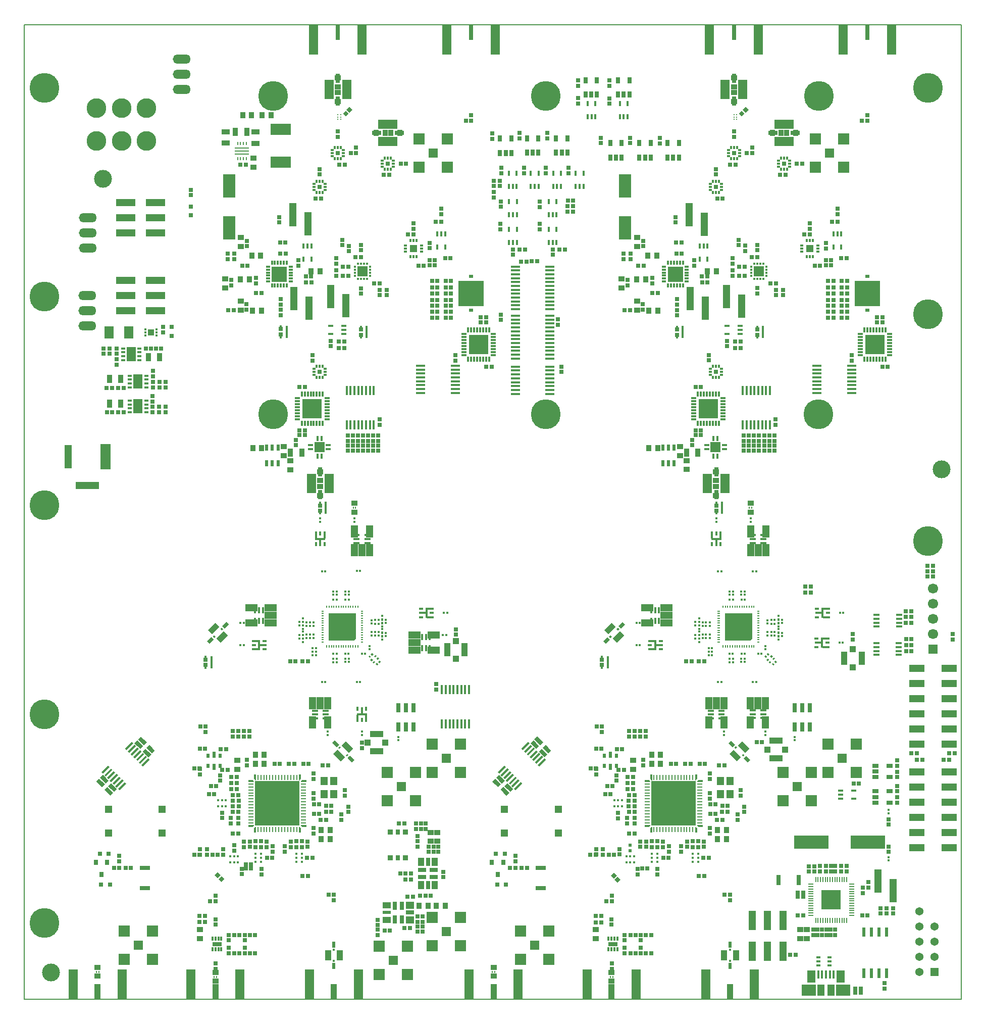
<source format=gts>
G04 #@! TF.FileFunction,Soldermask,Top*
%FSLAX46Y46*%
G04 Gerber Fmt 4.6, Leading zero omitted, Abs format (unit mm)*
G04 Created by KiCad (PCBNEW 4.0.7-e2-6376~61~ubuntu18.04.1) date Tue Nov 15 11:44:20 2022*
%MOMM*%
%LPD*%
G01*
G04 APERTURE LIST*
%ADD10C,0.150000*%
%ADD11C,0.100000*%
%ADD12C,0.200000*%
%ADD13C,3.000000*%
%ADD14R,1.370000X1.370000*%
%ADD15C,1.370000*%
%ADD16R,0.450000X1.380000*%
%ADD17R,1.475000X2.100000*%
%ADD18R,2.375000X1.900000*%
%ADD19R,1.175000X1.900000*%
%ADD20C,5.000000*%
%ADD21R,0.200000X0.875000*%
%ADD22R,0.875000X0.200000*%
%ADD23R,3.200000X3.200000*%
%ADD24R,0.850000X0.300000*%
%ADD25R,0.300000X0.850000*%
%ADD26R,2.540000X1.270000*%
%ADD27R,1.200000X4.000000*%
%ADD28R,0.693420X0.693420*%
%ADD29R,1.150620X2.039620*%
%ADD30R,1.500000X3.250000*%
%ADD31R,0.700000X1.500000*%
%ADD32O,0.400000X0.200000*%
%ADD33R,0.200000X0.200000*%
%ADD34O,0.200000X0.400000*%
%ADD35R,4.600000X4.300000*%
%ADD36R,4.300000X0.300000*%
%ADD37R,0.127000X0.127000*%
%ADD38R,0.863600X0.254000*%
%ADD39R,0.254000X0.863600*%
%ADD40R,7.467600X7.467600*%
%ADD41R,0.450000X1.500000*%
%ADD42R,0.610000X0.670000*%
%ADD43R,0.610000X1.070000*%
%ADD44R,0.700000X1.000000*%
%ADD45R,0.890000X0.400000*%
%ADD46R,0.400000X0.890000*%
%ADD47R,1.700000X1.700000*%
%ADD48R,1.910000X1.910000*%
%ADD49R,1.520000X1.520000*%
%ADD50R,0.600000X1.100000*%
%ADD51R,0.899160X1.399540*%
%ADD52R,2.000000X4.000000*%
%ADD53R,0.550000X0.280000*%
%ADD54R,0.195000X0.400000*%
%ADD55R,1.200000X1.400000*%
%ADD56R,0.300000X0.350000*%
%ADD57R,0.595300X0.595300*%
%ADD58R,0.350000X0.300000*%
%ADD59R,0.998120X0.898120*%
%ADD60R,0.898120X0.998120*%
%ADD61R,0.410000X0.330000*%
%ADD62R,0.330000X0.410000*%
%ADD63R,1.300000X1.300000*%
%ADD64R,0.800000X0.900000*%
%ADD65R,1.700000X0.800000*%
%ADD66R,2.039620X1.150620*%
%ADD67R,0.410000X1.780000*%
%ADD68R,0.710000X0.360000*%
%ADD69R,1.270000X0.360000*%
%ADD70R,1.780000X0.410000*%
%ADD71R,0.360000X0.710000*%
%ADD72R,0.360000X1.270000*%
%ADD73R,1.000000X0.350000*%
%ADD74R,0.700000X0.300000*%
%ADD75R,0.300000X0.700000*%
%ADD76R,2.600000X2.600000*%
%ADD77R,0.350000X0.850000*%
%ADD78R,0.850000X0.350000*%
%ADD79R,0.350000X1.000000*%
%ADD80R,2.200000X1.000000*%
%ADD81R,1.000000X1.000000*%
%ADD82R,0.540000X0.300000*%
%ADD83R,0.300000X0.540000*%
%ADD84R,0.760000X0.760000*%
%ADD85R,1.496060X5.000000*%
%ADD86R,0.698500X2.500000*%
%ADD87R,0.800000X0.550000*%
%ADD88R,4.200000X4.200000*%
%ADD89R,0.610000X0.350000*%
%ADD90R,0.350000X0.610000*%
%ADD91R,1.250000X1.250000*%
%ADD92R,0.400000X0.700000*%
%ADD93R,0.400000X2.100000*%
%ADD94R,0.400000X0.770000*%
%ADD95R,1.600000X0.700000*%
%ADD96R,0.800000X0.800000*%
%ADD97R,1.500000X0.450000*%
%ADD98R,3.250000X1.500000*%
%ADD99R,1.500000X0.700000*%
%ADD100R,0.400000X0.350000*%
%ADD101R,0.350000X0.400000*%
%ADD102R,1.524000X2.032000*%
%ADD103R,1.270000X3.200000*%
%ADD104R,1.270000X3.200400*%
%ADD105R,1.000000X2.200000*%
%ADD106C,3.298120*%
%ADD107R,3.200400X1.270000*%
%ADD108R,3.400000X1.850000*%
%ADD109R,1.399540X0.899160*%
%ADD110R,1.000000X0.700000*%
%ADD111R,1.000000X1.100000*%
%ADD112R,0.430000X0.320000*%
%ADD113R,0.750000X0.400000*%
%ADD114R,1.600000X2.350000*%
%ADD115R,0.250000X0.600000*%
%ADD116R,2.400000X0.250000*%
%ADD117R,0.660000X0.300000*%
%ADD118R,0.550000X1.600000*%
%ADD119R,5.798120X2.298120*%
%ADD120R,0.950000X0.950000*%
%ADD121R,0.800000X0.950000*%
%ADD122R,1.000000X1.350000*%
%ADD123R,0.700000X1.350000*%
%ADD124R,1.350000X0.700000*%
%ADD125R,0.250000X0.180000*%
%ADD126O,2.994660X1.524000*%
%ADD127R,1.000000X1.750000*%
%ADD128R,0.600000X1.000000*%
%ADD129R,1.000000X2.500000*%
%ADD130C,1.700000*%
%ADD131R,1.524000X1.524000*%
%ADD132R,1.100000X0.400000*%
%ADD133R,4.000000X1.300000*%
%ADD134R,1.300000X4.000000*%
%ADD135R,1.750000X4.250000*%
%ADD136R,1.350000X1.000000*%
%ADD137R,1.350000X1.200000*%
%ADD138R,1.350000X0.600000*%
%ADD139R,0.760000X1.650000*%
%ADD140R,0.800000X1.700000*%
G04 APERTURE END LIST*
D10*
D11*
X214520000Y-99480000D02*
X214520000Y-99470000D01*
D12*
X57390000Y-99480000D02*
X214520000Y-99480000D01*
X57390000Y-99480000D02*
X57390000Y-262740000D01*
X214520000Y-262730000D02*
X214520000Y-99480000D01*
X57390000Y-262740000D02*
X214520000Y-262740000D01*
D11*
G36*
X95973165Y-225136745D02*
X95973155Y-225797145D01*
X96176355Y-226000345D01*
X96227165Y-226000345D01*
X96227165Y-225136745D01*
X95973165Y-225136745D01*
G37*
X95973165Y-225136745D02*
X95973155Y-225797145D01*
X96176355Y-226000345D01*
X96227165Y-226000345D01*
X96227165Y-225136745D01*
X95973165Y-225136745D01*
G36*
X95036865Y-226073045D02*
X95036860Y-226327046D01*
X95900465Y-226327045D01*
X95900460Y-226276246D01*
X95697260Y-226073046D01*
X95036865Y-226073045D01*
G37*
X95036865Y-226073045D02*
X95036860Y-226327046D01*
X95900465Y-226327045D01*
X95900460Y-226276246D01*
X95697260Y-226073046D01*
X95036865Y-226073045D01*
G36*
X95036865Y-233573044D02*
X95036865Y-233827045D01*
X95697265Y-233827044D01*
X95900465Y-233623844D01*
X95900465Y-233573044D01*
X95036865Y-233573044D01*
G37*
X95036865Y-233573044D02*
X95036865Y-233827045D01*
X95697265Y-233827044D01*
X95900465Y-233623844D01*
X95900465Y-233573044D01*
X95036865Y-233573044D01*
G36*
X95973160Y-234102945D02*
X95973165Y-234763345D01*
X96227165Y-234763345D01*
X96227165Y-233899745D01*
X96176360Y-233899745D01*
X95973160Y-234102945D01*
G37*
X95973160Y-234102945D02*
X95973165Y-234763345D01*
X96227165Y-234763345D01*
X96227165Y-233899745D01*
X96176360Y-233899745D01*
X95973160Y-234102945D01*
G36*
X103473165Y-233899745D02*
X103473170Y-234763345D01*
X103727165Y-234763345D01*
X103727170Y-234102945D01*
X103523970Y-233899745D01*
X103473165Y-233899745D01*
G37*
X103473165Y-233899745D02*
X103473170Y-234763345D01*
X103727165Y-234763345D01*
X103727170Y-234102945D01*
X103523970Y-233899745D01*
X103473165Y-233899745D01*
G36*
X103799865Y-233573044D02*
X103799865Y-233623844D01*
X104003065Y-233827044D01*
X104663465Y-233827045D01*
X104663465Y-233573045D01*
X103799865Y-233573044D01*
G37*
X103799865Y-233573044D02*
X103799865Y-233623844D01*
X104003065Y-233827044D01*
X104663465Y-233827045D01*
X104663465Y-233573045D01*
X103799865Y-233573044D01*
G36*
X103473165Y-225136745D02*
X103473165Y-226000345D01*
X103523965Y-226000345D01*
X103727165Y-225797145D01*
X103727165Y-225136745D01*
X103473165Y-225136745D01*
G37*
X103473165Y-225136745D02*
X103473165Y-226000345D01*
X103523965Y-226000345D01*
X103727165Y-225797145D01*
X103727165Y-225136745D01*
X103473165Y-225136745D01*
G36*
X103799860Y-226276246D02*
X103799860Y-226327046D01*
X104663465Y-226327045D01*
X104663465Y-226073045D01*
X104003060Y-226073046D01*
X103799860Y-226276246D01*
G37*
X103799860Y-226276246D02*
X103799860Y-226327046D01*
X104663465Y-226327045D01*
X104663465Y-226073045D01*
X104003060Y-226073046D01*
X103799860Y-226276246D01*
G36*
X162413000Y-225136700D02*
X162412990Y-225797100D01*
X162616190Y-226000300D01*
X162667000Y-226000300D01*
X162667000Y-225136700D01*
X162413000Y-225136700D01*
G37*
X162413000Y-225136700D02*
X162412990Y-225797100D01*
X162616190Y-226000300D01*
X162667000Y-226000300D01*
X162667000Y-225136700D01*
X162413000Y-225136700D01*
G36*
X161476700Y-226073000D02*
X161476695Y-226327001D01*
X162340300Y-226327000D01*
X162340295Y-226276201D01*
X162137095Y-226073001D01*
X161476700Y-226073000D01*
G37*
X161476700Y-226073000D02*
X161476695Y-226327001D01*
X162340300Y-226327000D01*
X162340295Y-226276201D01*
X162137095Y-226073001D01*
X161476700Y-226073000D01*
G36*
X161476700Y-233572999D02*
X161476700Y-233827000D01*
X162137100Y-233826999D01*
X162340300Y-233623799D01*
X162340300Y-233572999D01*
X161476700Y-233572999D01*
G37*
X161476700Y-233572999D02*
X161476700Y-233827000D01*
X162137100Y-233826999D01*
X162340300Y-233623799D01*
X162340300Y-233572999D01*
X161476700Y-233572999D01*
G36*
X162412995Y-234102900D02*
X162413000Y-234763300D01*
X162667000Y-234763300D01*
X162667000Y-233899700D01*
X162616195Y-233899700D01*
X162412995Y-234102900D01*
G37*
X162412995Y-234102900D02*
X162413000Y-234763300D01*
X162667000Y-234763300D01*
X162667000Y-233899700D01*
X162616195Y-233899700D01*
X162412995Y-234102900D01*
G36*
X169913000Y-233899700D02*
X169913005Y-234763300D01*
X170167000Y-234763300D01*
X170167005Y-234102900D01*
X169963805Y-233899700D01*
X169913000Y-233899700D01*
G37*
X169913000Y-233899700D02*
X169913005Y-234763300D01*
X170167000Y-234763300D01*
X170167005Y-234102900D01*
X169963805Y-233899700D01*
X169913000Y-233899700D01*
G36*
X170239700Y-233572999D02*
X170239700Y-233623799D01*
X170442900Y-233826999D01*
X171103300Y-233827000D01*
X171103300Y-233573000D01*
X170239700Y-233572999D01*
G37*
X170239700Y-233572999D02*
X170239700Y-233623799D01*
X170442900Y-233826999D01*
X171103300Y-233827000D01*
X171103300Y-233573000D01*
X170239700Y-233572999D01*
G36*
X169913000Y-225136700D02*
X169913000Y-226000300D01*
X169963800Y-226000300D01*
X170167000Y-225797100D01*
X170167000Y-225136700D01*
X169913000Y-225136700D01*
G37*
X169913000Y-225136700D02*
X169913000Y-226000300D01*
X169963800Y-226000300D01*
X170167000Y-225797100D01*
X170167000Y-225136700D01*
X169913000Y-225136700D01*
G36*
X170239695Y-226276201D02*
X170239695Y-226327001D01*
X171103300Y-226327000D01*
X171103300Y-226073000D01*
X170442895Y-226073001D01*
X170239695Y-226276201D01*
G37*
X170239695Y-226276201D02*
X170239695Y-226327001D01*
X171103300Y-226327000D01*
X171103300Y-226073000D01*
X170442895Y-226073001D01*
X170239695Y-226276201D01*
D13*
X211240000Y-173940000D03*
X211240000Y-173940000D03*
X61870000Y-258330000D03*
X61870000Y-258330000D03*
D14*
X210080420Y-258215000D03*
D15*
X207540420Y-258215000D03*
X210080420Y-255675000D03*
X207540420Y-255675000D03*
X210080420Y-253135000D03*
X207540420Y-253135000D03*
X210080420Y-250595000D03*
X207540420Y-250595000D03*
X207540420Y-248055000D03*
D16*
X190573740Y-258630000D03*
X191223740Y-258630000D03*
X191873740Y-258630000D03*
X192523740Y-258630000D03*
X193173740Y-258630000D03*
D17*
X189411240Y-258990000D03*
X194336240Y-258990000D03*
D18*
X188963740Y-261290000D03*
X194783740Y-261290000D03*
D19*
X191033740Y-261290000D03*
X192713740Y-261290000D03*
D20*
X60800000Y-145000000D03*
X60800000Y-215000000D03*
X60800000Y-110000000D03*
X60800000Y-180000000D03*
X60800000Y-250000000D03*
D21*
X195353740Y-249547500D03*
X194953740Y-249547500D03*
X194553740Y-249547500D03*
X194153740Y-249547500D03*
X193753740Y-249547500D03*
X193353740Y-249547500D03*
X192953740Y-249547500D03*
X192553740Y-249547500D03*
X192153740Y-249547500D03*
X191753740Y-249547500D03*
X191353740Y-249547500D03*
X190953740Y-249547500D03*
X190553740Y-249547500D03*
X190153740Y-249547500D03*
X190153740Y-242672500D03*
X190553740Y-242672500D03*
X190953740Y-242672500D03*
X191353740Y-242672500D03*
X191753740Y-242672500D03*
X192153740Y-242672500D03*
X192553740Y-242672500D03*
X192953740Y-242672500D03*
X193353740Y-242672500D03*
X193753740Y-242672500D03*
X194153740Y-242672500D03*
X194553740Y-242672500D03*
X194953740Y-242672500D03*
X195353740Y-242672500D03*
D22*
X189316240Y-248710000D03*
X189316240Y-248310000D03*
X189316240Y-247910000D03*
X189316240Y-247510000D03*
X189316240Y-247110000D03*
X189316240Y-246710000D03*
X189316240Y-246310000D03*
X189316240Y-245910000D03*
X189316240Y-245510000D03*
X189316240Y-245110000D03*
X189316240Y-244710000D03*
X189316240Y-244310000D03*
X189316240Y-243910000D03*
X189316240Y-243510000D03*
X196191240Y-243510000D03*
X196191240Y-243910000D03*
X196191240Y-244310000D03*
X196191240Y-244710000D03*
X196191240Y-245110000D03*
X196191240Y-245510000D03*
X196191240Y-245910000D03*
X196191240Y-248710000D03*
X196191240Y-248310000D03*
X196191240Y-247910000D03*
X196191240Y-247510000D03*
X196191240Y-247110000D03*
X196191240Y-246710000D03*
X196191240Y-246310000D03*
D23*
X192753740Y-246110000D03*
D24*
X169675000Y-165560000D03*
X169675000Y-165060000D03*
X169675000Y-164560000D03*
X169675000Y-164060000D03*
X169675000Y-163560000D03*
X169675000Y-163060000D03*
X169675000Y-162560000D03*
X169675000Y-162060000D03*
X174625000Y-162060000D03*
X174625000Y-162560000D03*
X174625000Y-163060000D03*
X174625000Y-163560000D03*
X174625000Y-164060000D03*
X174625000Y-164560000D03*
X174625000Y-165060000D03*
X174625000Y-165560000D03*
D25*
X170400000Y-161335000D03*
X170900000Y-161335000D03*
X171400000Y-161335000D03*
X171900000Y-161335000D03*
X172400000Y-161335000D03*
X172900000Y-161335000D03*
X173400000Y-161335000D03*
X173900000Y-161335000D03*
X173900000Y-166285000D03*
X173400000Y-166285000D03*
X172900000Y-166285000D03*
X172400000Y-166285000D03*
X171900000Y-166285000D03*
X171400000Y-166285000D03*
X170900000Y-166285000D03*
D23*
X172150000Y-163810000D03*
D25*
X170400000Y-166285000D03*
D26*
X207070420Y-237385000D03*
X207070420Y-234845000D03*
X207070420Y-232305000D03*
X207070420Y-229765000D03*
X207070420Y-227225000D03*
X207070420Y-224685000D03*
X212530420Y-224685000D03*
X212530420Y-227225000D03*
X212530420Y-229765000D03*
X212530420Y-232305000D03*
X212530420Y-234845000D03*
X212530420Y-237385000D03*
D20*
X209000000Y-110000000D03*
X209000000Y-148000000D03*
X209000000Y-186000000D03*
X190640000Y-164730000D03*
X144920000Y-164720000D03*
X99200000Y-164740000D03*
X99200000Y-111380000D03*
X144920000Y-111380000D03*
X190660000Y-111380000D03*
D27*
X108780000Y-144970000D03*
X111320000Y-146570000D03*
D28*
X189000840Y-241350000D03*
X189900000Y-241350000D03*
D24*
X202545000Y-151300000D03*
X202545000Y-151800000D03*
X202545000Y-152300000D03*
X202545000Y-152800000D03*
X202545000Y-153300000D03*
X202545000Y-153800000D03*
X202545000Y-154300000D03*
X202545000Y-154800000D03*
X197595000Y-154800000D03*
X197595000Y-154300000D03*
X197595000Y-153800000D03*
X197595000Y-153300000D03*
X197595000Y-152800000D03*
X197595000Y-152300000D03*
X197595000Y-151800000D03*
X197595000Y-151300000D03*
D25*
X201820000Y-155525000D03*
X201320000Y-155525000D03*
X200820000Y-155525000D03*
X200320000Y-155525000D03*
X199820000Y-155525000D03*
X199320000Y-155525000D03*
X198820000Y-155525000D03*
X198320000Y-155525000D03*
X198320000Y-150575000D03*
X198820000Y-150575000D03*
X199320000Y-150575000D03*
X199820000Y-150575000D03*
X200320000Y-150575000D03*
X200820000Y-150575000D03*
X201320000Y-150575000D03*
D23*
X200070000Y-153050000D03*
D25*
X201820000Y-150575000D03*
D29*
X172198880Y-213164840D03*
X173468880Y-213164840D03*
X174738880Y-213164840D03*
X174738880Y-216342380D03*
X172198880Y-216342380D03*
D30*
X174955000Y-176300000D03*
X172005000Y-176300000D03*
D31*
X173480000Y-174400000D03*
X173480000Y-178200000D03*
D29*
X105768880Y-213164840D03*
X107038880Y-213164840D03*
X108308880Y-213164840D03*
X108308880Y-216342380D03*
X105768880Y-216342380D03*
D32*
X114054364Y-202928375D03*
X114054364Y-202528375D03*
X114054364Y-202128375D03*
X114054364Y-201728375D03*
X114054364Y-201328375D03*
X114054364Y-200928375D03*
X114054364Y-200528375D03*
X114054364Y-200128375D03*
X114054364Y-199728375D03*
X114054364Y-199328375D03*
X114054364Y-198928375D03*
X114054364Y-198528375D03*
X114054364Y-198128375D03*
X114054364Y-197728375D03*
D33*
X114154364Y-202928375D03*
X114154364Y-202528375D03*
X114154364Y-202128375D03*
X114154364Y-201728375D03*
X114154364Y-201328375D03*
X114154364Y-200928375D03*
X114154364Y-200528375D03*
X114154364Y-200128375D03*
X114154364Y-199728375D03*
X114154364Y-199328375D03*
X114154364Y-198928375D03*
X114154364Y-198528375D03*
X114154364Y-198128375D03*
X114154364Y-197728375D03*
X113354364Y-196928375D03*
X112954364Y-196928375D03*
X112554364Y-196928375D03*
X112154364Y-196928375D03*
X111754364Y-196928375D03*
X111354364Y-196928375D03*
X110954364Y-196928375D03*
X110554364Y-196928375D03*
X110154364Y-196928375D03*
X109754364Y-196928375D03*
X109354364Y-196928375D03*
X108954364Y-196928375D03*
X108554364Y-196928375D03*
X108154364Y-196928375D03*
X107354364Y-197728375D03*
X107354364Y-198128375D03*
X107354364Y-198528375D03*
X107354364Y-198928375D03*
X107354364Y-199328375D03*
X107354364Y-199728375D03*
X107354364Y-200128375D03*
X107354364Y-200528375D03*
X107354364Y-200928375D03*
X107354364Y-201328375D03*
X107354364Y-201728375D03*
X107354364Y-202128375D03*
X107354364Y-202528375D03*
X107354364Y-202928375D03*
X108154364Y-203728375D03*
X108554364Y-203728375D03*
X108954364Y-203728375D03*
X109354364Y-203728375D03*
X109754364Y-203728375D03*
X110154364Y-203728375D03*
X110554364Y-203728375D03*
X110954364Y-203728375D03*
X111354364Y-203728375D03*
X111754364Y-203728375D03*
X112154364Y-203728375D03*
X112554364Y-203728375D03*
X112954364Y-203728375D03*
X113354364Y-203728375D03*
D34*
X113354364Y-197028375D03*
X112954364Y-197028375D03*
X112554364Y-197028375D03*
X112154364Y-197028375D03*
X111754364Y-197028375D03*
X111354364Y-197028375D03*
X110954364Y-197028375D03*
X110554364Y-197028375D03*
X110154364Y-197028375D03*
X109754364Y-197028375D03*
X109354364Y-197028375D03*
X108954364Y-197028375D03*
X108554364Y-197028375D03*
X108154364Y-197028375D03*
D32*
X107454364Y-197728375D03*
X107454364Y-198128375D03*
X107454364Y-198528375D03*
X107454364Y-198928375D03*
X107454364Y-199328375D03*
X107454364Y-199728375D03*
X107454364Y-200128375D03*
X107454364Y-200528375D03*
X107454364Y-200928375D03*
X107454364Y-201328375D03*
X107454364Y-201728375D03*
X107454364Y-202128375D03*
X107454364Y-202528375D03*
X107454364Y-202928375D03*
D34*
X108154364Y-203628375D03*
X108554364Y-203628375D03*
X108954364Y-203628375D03*
X109354364Y-203628375D03*
X109754364Y-203628375D03*
X110154364Y-203628375D03*
X110554364Y-203628375D03*
X110954364Y-203628375D03*
X111354364Y-203628375D03*
X111754364Y-203628375D03*
X112154364Y-203628375D03*
X112554364Y-203628375D03*
X112954364Y-203628375D03*
X113354364Y-203628375D03*
D35*
X110754364Y-200178375D03*
D36*
X110604364Y-202478375D03*
D10*
G36*
X113054364Y-202328375D02*
X112754364Y-202628375D01*
X112554364Y-202628375D01*
X112254364Y-202328375D01*
X113054364Y-202328375D01*
X113054364Y-202328375D01*
G37*
D28*
X155930000Y-256760420D03*
X155930000Y-257659580D03*
D37*
X95468665Y-226200045D03*
D38*
X95468665Y-226700044D03*
X95468665Y-227200045D03*
X95468665Y-227700044D03*
X95468665Y-228200046D03*
X95468665Y-228700045D03*
X95468665Y-229200044D03*
X95468665Y-229700045D03*
X95468665Y-230200045D03*
X95468665Y-230700046D03*
X95468665Y-231200045D03*
X95468665Y-231700044D03*
X95468665Y-232200046D03*
X95468665Y-232700045D03*
X95468665Y-233200046D03*
D37*
X95468665Y-233700045D03*
X96100165Y-234331545D03*
D39*
X96600164Y-234331545D03*
X97100165Y-234331545D03*
X97600164Y-234331545D03*
X98100166Y-234331545D03*
X98600165Y-234331545D03*
X99100164Y-234331545D03*
X99600165Y-234331545D03*
X100100165Y-234331545D03*
X100600166Y-234331545D03*
X101100165Y-234331545D03*
X101600164Y-234331545D03*
X102100166Y-234331545D03*
X102600165Y-234331545D03*
X103100166Y-234331545D03*
D37*
X103600165Y-234331545D03*
X104231665Y-233700045D03*
D38*
X104231665Y-233200046D03*
X104231665Y-232700045D03*
X104231665Y-232200046D03*
X104231665Y-231700044D03*
X104231665Y-231200045D03*
X104231665Y-230700046D03*
X104231665Y-230200045D03*
X104231665Y-229700045D03*
X104231665Y-229200044D03*
X104231665Y-228700045D03*
X104231665Y-228200046D03*
X104231665Y-227700044D03*
X104231665Y-227200045D03*
X104231665Y-226700044D03*
D37*
X104231665Y-226200045D03*
X103600165Y-225568545D03*
D39*
X103100166Y-225568545D03*
X102600165Y-225568545D03*
X102100166Y-225568545D03*
X101600164Y-225568545D03*
X101100165Y-225568545D03*
X100600166Y-225568545D03*
X100100165Y-225568545D03*
X99600165Y-225568545D03*
X99100164Y-225568545D03*
X98600165Y-225568545D03*
X98100166Y-225568545D03*
X97600164Y-225568545D03*
X97100165Y-225568545D03*
X96600164Y-225568545D03*
D37*
X96100165Y-225568545D03*
D40*
X99850165Y-229950045D03*
D28*
X132369580Y-115540000D03*
X131470420Y-115540000D03*
D41*
X127455000Y-210840000D03*
X128105000Y-210840000D03*
X128755000Y-210840000D03*
X129405000Y-210840000D03*
X130055000Y-210840000D03*
X130705000Y-210840000D03*
X131355000Y-210840000D03*
X132005000Y-210840000D03*
X132005000Y-216640000D03*
X131355000Y-216640000D03*
X130705000Y-216640000D03*
X130055000Y-216640000D03*
X127455000Y-216640000D03*
X128105000Y-216640000D03*
X128755000Y-216640000D03*
X129405000Y-216640000D03*
D42*
X88270165Y-221975045D03*
D43*
X89260165Y-221775045D03*
D42*
X90250165Y-221975045D03*
X90250165Y-223625045D03*
D43*
X89260165Y-223825045D03*
D42*
X88270165Y-223625045D03*
D44*
X160570000Y-119300000D03*
X162470000Y-119300000D03*
X162470000Y-121700000D03*
X161520000Y-121700000D03*
X160570000Y-121700000D03*
D45*
X174845000Y-169940000D03*
X174845000Y-170600000D03*
X171875000Y-169940000D03*
X171875000Y-170600000D03*
D46*
X173030000Y-168785000D03*
X173690000Y-168785000D03*
X173690000Y-171755000D03*
D47*
X173360000Y-170270000D03*
D46*
X173030000Y-171755000D03*
D44*
X141740000Y-118480000D03*
X143640000Y-118480000D03*
X143640000Y-120880000D03*
X142690000Y-120880000D03*
X141740000Y-120880000D03*
X146610000Y-118490000D03*
X148510000Y-118490000D03*
X148510000Y-120890000D03*
X147560000Y-120890000D03*
X146610000Y-120890000D03*
D48*
X145400000Y-256090000D03*
X145400000Y-251350000D03*
D49*
X143030000Y-253720000D03*
D48*
X140660000Y-251350000D03*
X140660000Y-256090000D03*
D50*
X164500000Y-170340000D03*
X165450000Y-170340000D03*
X166400000Y-170340000D03*
X166400000Y-172940000D03*
X165450000Y-172940000D03*
X164500000Y-172940000D03*
D51*
X170392500Y-171140000D03*
X168487500Y-171140000D03*
D52*
X158180000Y-133530000D03*
X158180000Y-126430000D03*
D28*
X198799580Y-115540000D03*
X197900420Y-115540000D03*
D32*
X180490000Y-202930000D03*
X180490000Y-202530000D03*
X180490000Y-202130000D03*
X180490000Y-201730000D03*
X180490000Y-201330000D03*
X180490000Y-200930000D03*
X180490000Y-200530000D03*
X180490000Y-200130000D03*
X180490000Y-199730000D03*
X180490000Y-199330000D03*
X180490000Y-198930000D03*
X180490000Y-198530000D03*
X180490000Y-198130000D03*
X180490000Y-197730000D03*
D33*
X180590000Y-202930000D03*
X180590000Y-202530000D03*
X180590000Y-202130000D03*
X180590000Y-201730000D03*
X180590000Y-201330000D03*
X180590000Y-200930000D03*
X180590000Y-200530000D03*
X180590000Y-200130000D03*
X180590000Y-199730000D03*
X180590000Y-199330000D03*
X180590000Y-198930000D03*
X180590000Y-198530000D03*
X180590000Y-198130000D03*
X180590000Y-197730000D03*
X179790000Y-196930000D03*
X179390000Y-196930000D03*
X178990000Y-196930000D03*
X178590000Y-196930000D03*
X178190000Y-196930000D03*
X177790000Y-196930000D03*
X177390000Y-196930000D03*
X176990000Y-196930000D03*
X176590000Y-196930000D03*
X176190000Y-196930000D03*
X175790000Y-196930000D03*
X175390000Y-196930000D03*
X174990000Y-196930000D03*
X174590000Y-196930000D03*
X173790000Y-197730000D03*
X173790000Y-198130000D03*
X173790000Y-198530000D03*
X173790000Y-198930000D03*
X173790000Y-199330000D03*
X173790000Y-199730000D03*
X173790000Y-200130000D03*
X173790000Y-200530000D03*
X173790000Y-200930000D03*
X173790000Y-201330000D03*
X173790000Y-201730000D03*
X173790000Y-202130000D03*
X173790000Y-202530000D03*
X173790000Y-202930000D03*
X174590000Y-203730000D03*
X174990000Y-203730000D03*
X175390000Y-203730000D03*
X175790000Y-203730000D03*
X176190000Y-203730000D03*
X176590000Y-203730000D03*
X176990000Y-203730000D03*
X177390000Y-203730000D03*
X177790000Y-203730000D03*
X178190000Y-203730000D03*
X178590000Y-203730000D03*
X178990000Y-203730000D03*
X179390000Y-203730000D03*
X179790000Y-203730000D03*
D34*
X179790000Y-197030000D03*
X179390000Y-197030000D03*
X178990000Y-197030000D03*
X178590000Y-197030000D03*
X178190000Y-197030000D03*
X177790000Y-197030000D03*
X177390000Y-197030000D03*
X176990000Y-197030000D03*
X176590000Y-197030000D03*
X176190000Y-197030000D03*
X175790000Y-197030000D03*
X175390000Y-197030000D03*
X174990000Y-197030000D03*
X174590000Y-197030000D03*
D32*
X173890000Y-197730000D03*
X173890000Y-198130000D03*
X173890000Y-198530000D03*
X173890000Y-198930000D03*
X173890000Y-199330000D03*
X173890000Y-199730000D03*
X173890000Y-200130000D03*
X173890000Y-200530000D03*
X173890000Y-200930000D03*
X173890000Y-201330000D03*
X173890000Y-201730000D03*
X173890000Y-202130000D03*
X173890000Y-202530000D03*
X173890000Y-202930000D03*
D34*
X174590000Y-203630000D03*
X174990000Y-203630000D03*
X175390000Y-203630000D03*
X175790000Y-203630000D03*
X176190000Y-203630000D03*
X176590000Y-203630000D03*
X176990000Y-203630000D03*
X177390000Y-203630000D03*
X177790000Y-203630000D03*
X178190000Y-203630000D03*
X178590000Y-203630000D03*
X178990000Y-203630000D03*
X179390000Y-203630000D03*
X179790000Y-203630000D03*
D35*
X177190000Y-200180000D03*
D36*
X177040000Y-202480000D03*
D10*
G36*
X179490000Y-202330000D02*
X179190000Y-202630000D01*
X178990000Y-202630000D01*
X178690000Y-202330000D01*
X179490000Y-202330000D01*
X179490000Y-202330000D01*
G37*
D53*
X179230000Y-179810000D03*
X179230000Y-180930000D03*
D54*
X179027500Y-180370000D03*
X179432500Y-180370000D03*
D10*
G36*
X176954264Y-220566776D02*
X176706776Y-220814264D01*
X176494644Y-220602132D01*
X176742132Y-220354644D01*
X176954264Y-220566776D01*
X176954264Y-220566776D01*
G37*
G36*
X176565356Y-220177868D02*
X176317868Y-220425356D01*
X176105736Y-220213224D01*
X176353224Y-219965736D01*
X176565356Y-220177868D01*
X176565356Y-220177868D01*
G37*
G36*
X178604264Y-222236776D02*
X178356776Y-222484264D01*
X178144644Y-222272132D01*
X178392132Y-222024644D01*
X178604264Y-222236776D01*
X178604264Y-222236776D01*
G37*
G36*
X178215356Y-221847868D02*
X177967868Y-222095356D01*
X177755736Y-221883224D01*
X178003224Y-221635736D01*
X178215356Y-221847868D01*
X178215356Y-221847868D01*
G37*
D55*
X107710165Y-226190045D03*
X107710165Y-228390045D03*
X109310165Y-228390045D03*
X109310165Y-226190045D03*
D56*
X179625000Y-209620000D03*
X180175000Y-209620000D03*
D57*
X159060000Y-236990420D03*
X159060000Y-237889580D03*
D56*
X172205000Y-203930000D03*
X172755000Y-203930000D03*
X172205000Y-204540000D03*
X172755000Y-204540000D03*
X172205000Y-205130000D03*
X172755000Y-205130000D03*
D10*
G36*
X182166776Y-204725736D02*
X182414264Y-204973224D01*
X182202132Y-205185356D01*
X181954644Y-204937868D01*
X182166776Y-204725736D01*
X182166776Y-204725736D01*
G37*
G36*
X181777868Y-205114644D02*
X182025356Y-205362132D01*
X181813224Y-205574264D01*
X181565736Y-205326776D01*
X181777868Y-205114644D01*
X181777868Y-205114644D01*
G37*
D58*
X181720000Y-204135000D03*
X181720000Y-203585000D03*
D56*
X181035000Y-204870000D03*
X180485000Y-204870000D03*
D58*
X170580000Y-201755000D03*
X170580000Y-202305000D03*
X183880000Y-199705000D03*
X183880000Y-199155000D03*
X170580000Y-201155000D03*
X170580000Y-201705000D03*
X170580000Y-202365000D03*
X170580000Y-202915000D03*
X183880000Y-200305000D03*
X183880000Y-199755000D03*
X183880000Y-199105000D03*
X183880000Y-198555000D03*
D56*
X171205000Y-201630000D03*
X171755000Y-201630000D03*
X171205000Y-202230000D03*
X171755000Y-202230000D03*
X183255000Y-199830000D03*
X182705000Y-199830000D03*
X183255000Y-199230000D03*
X182705000Y-199230000D03*
D58*
X172380000Y-201655000D03*
X172380000Y-202205000D03*
D56*
X175695000Y-204870000D03*
X176245000Y-204870000D03*
X178255000Y-195790000D03*
X177705000Y-195790000D03*
X177705000Y-204870000D03*
X178255000Y-204870000D03*
X176255000Y-195790000D03*
X175705000Y-195790000D03*
D58*
X176270000Y-194975000D03*
X176270000Y-194425000D03*
X175690000Y-194975000D03*
X175690000Y-194425000D03*
X177680000Y-205695000D03*
X177680000Y-206245000D03*
X178270000Y-205695000D03*
X178270000Y-206245000D03*
X175690000Y-205715000D03*
X175690000Y-206265000D03*
X176270000Y-205715000D03*
X176270000Y-206265000D03*
X178260000Y-194975000D03*
X178260000Y-194425000D03*
X177670000Y-194965000D03*
X177670000Y-194415000D03*
D56*
X174325000Y-191030000D03*
X173775000Y-191030000D03*
X180175000Y-191030000D03*
X179625000Y-191030000D03*
X173775000Y-209620000D03*
X174325000Y-209620000D03*
D58*
X169970000Y-202305000D03*
X169970000Y-201755000D03*
X184480000Y-199155000D03*
X184480000Y-199705000D03*
D10*
G36*
X183406776Y-205975736D02*
X183654264Y-206223224D01*
X183442132Y-206435356D01*
X183194644Y-206187868D01*
X183406776Y-205975736D01*
X183406776Y-205975736D01*
G37*
G36*
X183017868Y-206364644D02*
X183265356Y-206612132D01*
X183053224Y-206824264D01*
X182805736Y-206576776D01*
X183017868Y-206364644D01*
X183017868Y-206364644D01*
G37*
G36*
X182485736Y-205303224D02*
X182733224Y-205055736D01*
X182945356Y-205267868D01*
X182697868Y-205515356D01*
X182485736Y-205303224D01*
X182485736Y-205303224D01*
G37*
G36*
X182874644Y-205692132D02*
X183122132Y-205444644D01*
X183334264Y-205656776D01*
X183086776Y-205904264D01*
X182874644Y-205692132D01*
X182874644Y-205692132D01*
G37*
G36*
X181865736Y-205913224D02*
X182113224Y-205665736D01*
X182325356Y-205877868D01*
X182077868Y-206125356D01*
X181865736Y-205913224D01*
X181865736Y-205913224D01*
G37*
G36*
X182254644Y-206302132D02*
X182502132Y-206054644D01*
X182714264Y-206266776D01*
X182466776Y-206514264D01*
X182254644Y-206302132D01*
X182254644Y-206302132D01*
G37*
D58*
X182080000Y-199805000D03*
X182080000Y-199255000D03*
D28*
X91249745Y-220900045D03*
X90350585Y-220900045D03*
D10*
G36*
X90988223Y-242617901D02*
X90497901Y-243108223D01*
X90007579Y-242617901D01*
X90497901Y-242127579D01*
X90988223Y-242617901D01*
X90988223Y-242617901D01*
G37*
G36*
X90352421Y-241982099D02*
X89862099Y-242472421D01*
X89371777Y-241982099D01*
X89862099Y-241491777D01*
X90352421Y-241982099D01*
X90352421Y-241982099D01*
G37*
D28*
X89289745Y-228420045D03*
X88390585Y-228420045D03*
X90570165Y-231520465D03*
X90570165Y-232419625D03*
X98120585Y-239090045D03*
X99019745Y-239090045D03*
X92350165Y-229500465D03*
X92350165Y-230399625D03*
X93360165Y-232420465D03*
X93360165Y-233319625D03*
X96220585Y-237310045D03*
X97119745Y-237310045D03*
D59*
X93110165Y-222720045D03*
X93110165Y-224220045D03*
D28*
X93049745Y-226520045D03*
X92150585Y-226520045D03*
X92150585Y-225500045D03*
X93049745Y-225500045D03*
X93049745Y-227530045D03*
X92150585Y-227530045D03*
X94260165Y-236360465D03*
X94260165Y-237259625D03*
X100289745Y-223340045D03*
X99390585Y-223340045D03*
X99080165Y-237120465D03*
X99080165Y-238019625D03*
X101120165Y-237120465D03*
X101120165Y-238019625D03*
X105940165Y-228230465D03*
X105940165Y-229129625D03*
X106000585Y-230070045D03*
X106899745Y-230070045D03*
X106899745Y-231720045D03*
X106000585Y-231720045D03*
X105940165Y-234070465D03*
X105940165Y-234969625D03*
X105940165Y-224930465D03*
X105940165Y-225829625D03*
X103969745Y-237310045D03*
X103070585Y-237310045D03*
X108039745Y-232740045D03*
X107140585Y-232740045D03*
X94760165Y-222640465D03*
X94760165Y-223539625D03*
D60*
X108720165Y-234400045D03*
X107220165Y-234400045D03*
D28*
X105749745Y-239090045D03*
X104850585Y-239090045D03*
D60*
X97670165Y-223360045D03*
X96170165Y-223360045D03*
D28*
X107470585Y-223620045D03*
X108369745Y-223620045D03*
X108030585Y-230330045D03*
X108929745Y-230330045D03*
X104999745Y-242140045D03*
X104100585Y-242140045D03*
X92090165Y-232420465D03*
X92090165Y-233319625D03*
X93309745Y-228550045D03*
X92410585Y-228550045D03*
X93370165Y-229500465D03*
X93370165Y-230399625D03*
X95270165Y-236350465D03*
X95270165Y-237249625D03*
X98060165Y-236360465D03*
X98060165Y-237259625D03*
X96220585Y-236300045D03*
X97119745Y-236300045D03*
X103979745Y-236300045D03*
X103080585Y-236300045D03*
X104920165Y-237249625D03*
X104920165Y-236350465D03*
X102130165Y-237259625D03*
X102130165Y-236360465D03*
D60*
X97670165Y-221830045D03*
X96170165Y-221830045D03*
X108720165Y-235920045D03*
X107220165Y-235920045D03*
D28*
X86860585Y-220780045D03*
X87759745Y-220780045D03*
X92600165Y-236990465D03*
X92600165Y-237889625D03*
X85930585Y-224100045D03*
X86829745Y-224100045D03*
X85930585Y-238580045D03*
X86829745Y-238580045D03*
X89879745Y-238580045D03*
X88980585Y-238580045D03*
X88030165Y-237630465D03*
X88030165Y-238529625D03*
X90820165Y-237630465D03*
X90820165Y-238529625D03*
X86890165Y-224160465D03*
X86890165Y-225059625D03*
X86890165Y-238529625D03*
X86890165Y-237630465D03*
X93870165Y-241819625D03*
X93870165Y-240920465D03*
X90300165Y-226139625D03*
X90300165Y-225240465D03*
X94570585Y-240870045D03*
X95469745Y-240870045D03*
X91529745Y-224340045D03*
X90630585Y-224340045D03*
X88730585Y-227030045D03*
X89629745Y-227030045D03*
X97180165Y-241829625D03*
X97180165Y-240930465D03*
X92410585Y-235030045D03*
X93309745Y-235030045D03*
X101800585Y-223350045D03*
X102699745Y-223350045D03*
X105119745Y-223340045D03*
X104220585Y-223340045D03*
X95469745Y-240170045D03*
X94570585Y-240170045D03*
D61*
X91940165Y-238855045D03*
X92600165Y-238855045D03*
X93260165Y-238855045D03*
X93260165Y-239845045D03*
X92600165Y-239845045D03*
X91940165Y-239845045D03*
X89910165Y-229455045D03*
X90570165Y-229455045D03*
X91230165Y-229455045D03*
X91230165Y-230445045D03*
X90570165Y-230445045D03*
X89910165Y-230445045D03*
D62*
X96165165Y-239750045D03*
X96165165Y-239090045D03*
X96165165Y-238430045D03*
X97155165Y-238430045D03*
X97155165Y-239090045D03*
X97155165Y-239750045D03*
X103025165Y-239750045D03*
X103025165Y-239090045D03*
X103025165Y-238430045D03*
X104015165Y-238430045D03*
X104015165Y-239090045D03*
X104015165Y-239750045D03*
D28*
X108929745Y-231340045D03*
X108030585Y-231340045D03*
X157020000Y-231530420D03*
X157020000Y-232429580D03*
X164570420Y-239090000D03*
X165469580Y-239090000D03*
X158800000Y-229500420D03*
X158800000Y-230399580D03*
X159810000Y-232410420D03*
X159810000Y-233309580D03*
X162670420Y-237310000D03*
X163569580Y-237310000D03*
D59*
X159560000Y-222720000D03*
X159560000Y-224220000D03*
D28*
X159509580Y-226520000D03*
X158610420Y-226520000D03*
X158600420Y-225500000D03*
X159499580Y-225500000D03*
X159499580Y-227530000D03*
X158600420Y-227530000D03*
X166739580Y-223340000D03*
X165840420Y-223340000D03*
X165530000Y-237120420D03*
X165530000Y-238019580D03*
X167560000Y-237120420D03*
X167560000Y-238019580D03*
X172390000Y-228230420D03*
X172390000Y-229129580D03*
X172450420Y-230080000D03*
X173349580Y-230080000D03*
X173349580Y-231720000D03*
X172450420Y-231720000D03*
X172390000Y-234070420D03*
X172390000Y-234969580D03*
X172390000Y-224930420D03*
X172390000Y-225829580D03*
X170419580Y-237320000D03*
X169520420Y-237320000D03*
X174489580Y-232740000D03*
X173590420Y-232740000D03*
X161220000Y-222640420D03*
X161220000Y-223539580D03*
D60*
X175170000Y-234400000D03*
X173670000Y-234400000D03*
D28*
X172199580Y-239090000D03*
X171300420Y-239090000D03*
D60*
X164120000Y-223350000D03*
X162620000Y-223350000D03*
D28*
X173920420Y-223620000D03*
X174819580Y-223620000D03*
X174480420Y-230330000D03*
X175379580Y-230330000D03*
X171439580Y-242140000D03*
X170540420Y-242140000D03*
X175369580Y-231340000D03*
X174470420Y-231340000D03*
X158550000Y-232420420D03*
X158550000Y-233319580D03*
X159759580Y-228550000D03*
X158860420Y-228550000D03*
X159759580Y-231350000D03*
X158860420Y-231350000D03*
X159820000Y-229500420D03*
X159820000Y-230399580D03*
X161720000Y-236350420D03*
X161720000Y-237249580D03*
X164520000Y-236360420D03*
X164520000Y-237259580D03*
X162670420Y-236300000D03*
X163569580Y-236300000D03*
X170429580Y-236300000D03*
X169530420Y-236300000D03*
X171370000Y-237249580D03*
X171370000Y-236350420D03*
X168580000Y-237249580D03*
X168580000Y-236350420D03*
D60*
X164120000Y-221820000D03*
X162620000Y-221820000D03*
X175170000Y-235920000D03*
X173670000Y-235920000D03*
D28*
X153320420Y-220770000D03*
X154219580Y-220770000D03*
X152380420Y-224110000D03*
X153279580Y-224110000D03*
X152370420Y-238580000D03*
X153269580Y-238580000D03*
X156329580Y-238580000D03*
X155430420Y-238580000D03*
X154480000Y-237630420D03*
X154480000Y-238529580D03*
X157270000Y-237620420D03*
X157270000Y-238519580D03*
X153340000Y-224160420D03*
X153340000Y-225059580D03*
X153340000Y-238519580D03*
X153340000Y-237620420D03*
X160320000Y-241829580D03*
X160320000Y-240930420D03*
X161020420Y-240870000D03*
X161919580Y-240870000D03*
X163620000Y-241829580D03*
X163620000Y-240930420D03*
X158850420Y-235030000D03*
X159749580Y-235030000D03*
X168250420Y-223340000D03*
X169149580Y-223340000D03*
X171569580Y-223340000D03*
X170670420Y-223340000D03*
D42*
X154720000Y-221985000D03*
D43*
X155710000Y-221785000D03*
D42*
X156700000Y-221985000D03*
X156700000Y-223635000D03*
D43*
X155710000Y-223835000D03*
D42*
X154720000Y-223635000D03*
D61*
X158390000Y-238845000D03*
X159050000Y-238845000D03*
X159710000Y-238845000D03*
X159710000Y-239835000D03*
X159050000Y-239835000D03*
X158390000Y-239835000D03*
D62*
X162625000Y-239750000D03*
X162625000Y-239090000D03*
X162625000Y-238430000D03*
X163615000Y-238430000D03*
X163615000Y-239090000D03*
X163615000Y-239750000D03*
D37*
X161908500Y-226200000D03*
D38*
X161908500Y-226699999D03*
X161908500Y-227200000D03*
X161908500Y-227699999D03*
X161908500Y-228200001D03*
X161908500Y-228700000D03*
X161908500Y-229199999D03*
X161908500Y-229700000D03*
X161908500Y-230200000D03*
X161908500Y-230700001D03*
X161908500Y-231200000D03*
X161908500Y-231699999D03*
X161908500Y-232200001D03*
X161908500Y-232700000D03*
X161908500Y-233200001D03*
D37*
X161908500Y-233700000D03*
X162540000Y-234331500D03*
D39*
X163039999Y-234331500D03*
X163540000Y-234331500D03*
X164039999Y-234331500D03*
X164540001Y-234331500D03*
X165040000Y-234331500D03*
X165539999Y-234331500D03*
X166040000Y-234331500D03*
X166540000Y-234331500D03*
X167040001Y-234331500D03*
X167540000Y-234331500D03*
X168039999Y-234331500D03*
X168540001Y-234331500D03*
X169040000Y-234331500D03*
X169540001Y-234331500D03*
D37*
X170040000Y-234331500D03*
X170671500Y-233700000D03*
D38*
X170671500Y-233200001D03*
X170671500Y-232700000D03*
X170671500Y-232200001D03*
X170671500Y-231699999D03*
X170671500Y-231200000D03*
X170671500Y-230700001D03*
X170671500Y-230200000D03*
X170671500Y-229700000D03*
X170671500Y-229199999D03*
X170671500Y-228700000D03*
X170671500Y-228200001D03*
X170671500Y-227699999D03*
X170671500Y-227200000D03*
X170671500Y-226699999D03*
D37*
X170671500Y-226200000D03*
X170040000Y-225568500D03*
D39*
X169540001Y-225568500D03*
X169040000Y-225568500D03*
X168540001Y-225568500D03*
X168039999Y-225568500D03*
X167540000Y-225568500D03*
X167040001Y-225568500D03*
X166540000Y-225568500D03*
X166040000Y-225568500D03*
X165539999Y-225568500D03*
X165040000Y-225568500D03*
X164540001Y-225568500D03*
X164039999Y-225568500D03*
X163540000Y-225568500D03*
X163039999Y-225568500D03*
D37*
X162540000Y-225568500D03*
D40*
X166290000Y-229950000D03*
D62*
X169485000Y-239750000D03*
X169485000Y-239090000D03*
X169485000Y-238430000D03*
X170475000Y-238430000D03*
X170475000Y-239090000D03*
X170475000Y-239750000D03*
D10*
G36*
X157418223Y-242707901D02*
X156927901Y-243198223D01*
X156437579Y-242707901D01*
X156927901Y-242217579D01*
X157418223Y-242707901D01*
X157418223Y-242707901D01*
G37*
G36*
X156782421Y-242072099D02*
X156292099Y-242562421D01*
X155801777Y-242072099D01*
X156292099Y-241581777D01*
X156782421Y-242072099D01*
X156782421Y-242072099D01*
G37*
D28*
X157699580Y-220900000D03*
X156800420Y-220900000D03*
X155739580Y-228420000D03*
X154840420Y-228420000D03*
X160700000Y-236350420D03*
X160700000Y-237249580D03*
X156760000Y-226129580D03*
X156760000Y-225230420D03*
X157979580Y-224330000D03*
X157080420Y-224330000D03*
X155180420Y-227030000D03*
X156079580Y-227030000D03*
D63*
X71520000Y-234920000D03*
X71520000Y-230920000D03*
X80520000Y-230920000D03*
X80520000Y-234920000D03*
X137960000Y-234920000D03*
X137960000Y-230920000D03*
X146960000Y-230920000D03*
X146960000Y-234920000D03*
D61*
X156360000Y-229455000D03*
X157020000Y-229455000D03*
X157680000Y-229455000D03*
X157680000Y-230445000D03*
X157020000Y-230445000D03*
X156360000Y-230445000D03*
D55*
X174150000Y-226190000D03*
X174150000Y-228390000D03*
X175750000Y-228390000D03*
X175750000Y-226190000D03*
D56*
X160095000Y-199720000D03*
X160645000Y-199720000D03*
D58*
X170580000Y-199555000D03*
X170580000Y-200105000D03*
D56*
X171195000Y-199630000D03*
X171745000Y-199630000D03*
X171205000Y-200230000D03*
X171755000Y-200230000D03*
D58*
X172380000Y-199655000D03*
X172380000Y-200205000D03*
X169970000Y-200105000D03*
X169970000Y-199555000D03*
D56*
X194695000Y-203010000D03*
X194145000Y-203010000D03*
D58*
X183880000Y-201905000D03*
X183880000Y-201355000D03*
D56*
X183255000Y-201830000D03*
X182705000Y-201830000D03*
X183255000Y-201230000D03*
X182705000Y-201230000D03*
D58*
X182080000Y-201805000D03*
X182080000Y-201255000D03*
X174750000Y-217925000D03*
X174750000Y-218475000D03*
X173470000Y-182745000D03*
X173470000Y-182195000D03*
X181740000Y-217915000D03*
X181740000Y-218465000D03*
X184480000Y-201355000D03*
X184480000Y-201905000D03*
D10*
G36*
X175670621Y-221671942D02*
X176377728Y-220964835D01*
X177615165Y-222202272D01*
X176908058Y-222909379D01*
X175670621Y-221671942D01*
X175670621Y-221671942D01*
G37*
G36*
X177084835Y-220257728D02*
X177791942Y-219550621D01*
X179029379Y-220788058D01*
X178322272Y-221495165D01*
X177084835Y-220257728D01*
X177084835Y-220257728D01*
G37*
G36*
X178057107Y-222361371D02*
X178481371Y-221937107D01*
X179188477Y-222644213D01*
X178764213Y-223068477D01*
X178057107Y-222361371D01*
X178057107Y-222361371D01*
G37*
G36*
X175511523Y-219815787D02*
X175935787Y-219391523D01*
X176642893Y-220098629D01*
X176218629Y-220522893D01*
X175511523Y-219815787D01*
X175511523Y-219815787D01*
G37*
D56*
X160115000Y-203410000D03*
X160665000Y-203410000D03*
X194775000Y-198050000D03*
X194225000Y-198050000D03*
D58*
X179250000Y-182755000D03*
X179250000Y-182205000D03*
X186610000Y-219375000D03*
X186610000Y-218825000D03*
X170580000Y-198955000D03*
X170580000Y-199505000D03*
X170580000Y-200155000D03*
X170580000Y-200705000D03*
X183880000Y-202505000D03*
X183880000Y-201955000D03*
X183880000Y-201305000D03*
X183880000Y-200755000D03*
D48*
X196970000Y-224730000D03*
X196970000Y-219990000D03*
D49*
X194600000Y-222360000D03*
D48*
X192230000Y-219990000D03*
X192230000Y-224730000D03*
D28*
X93299745Y-231330045D03*
X92400585Y-231330045D03*
D48*
X78960000Y-256090000D03*
X78960000Y-251350000D03*
D49*
X76590000Y-253720000D03*
D48*
X74220000Y-251350000D03*
X74220000Y-256090000D03*
D64*
X136805000Y-241855000D03*
X135855000Y-239855000D03*
X137755000Y-239855000D03*
D10*
G36*
X78232099Y-222218223D02*
X77741777Y-221727901D01*
X78232099Y-221237579D01*
X78722421Y-221727901D01*
X78232099Y-222218223D01*
X78232099Y-222218223D01*
G37*
G36*
X78867901Y-221582421D02*
X78377579Y-221092099D01*
X78867901Y-220601777D01*
X79358223Y-221092099D01*
X78867901Y-221582421D01*
X78867901Y-221582421D01*
G37*
G36*
X76862099Y-220818223D02*
X76371777Y-220327901D01*
X76862099Y-219837579D01*
X77352421Y-220327901D01*
X76862099Y-220818223D01*
X76862099Y-220818223D01*
G37*
G36*
X77497901Y-220182421D02*
X77007579Y-219692099D01*
X77497901Y-219201777D01*
X77988223Y-219692099D01*
X77497901Y-220182421D01*
X77497901Y-220182421D01*
G37*
G36*
X76372099Y-220348223D02*
X75881777Y-219857901D01*
X76372099Y-219367579D01*
X76862421Y-219857901D01*
X76372099Y-220348223D01*
X76372099Y-220348223D01*
G37*
G36*
X77007901Y-219712421D02*
X76517579Y-219222099D01*
X77007901Y-218731777D01*
X77498223Y-219222099D01*
X77007901Y-219712421D01*
X77007901Y-219712421D01*
G37*
G36*
X72487901Y-227031777D02*
X72978223Y-227522099D01*
X72487901Y-228012421D01*
X71997579Y-227522099D01*
X72487901Y-227031777D01*
X72487901Y-227031777D01*
G37*
G36*
X71852099Y-227667579D02*
X72342421Y-228157901D01*
X71852099Y-228648223D01*
X71361777Y-228157901D01*
X71852099Y-227667579D01*
X71852099Y-227667579D01*
G37*
G36*
X71997901Y-226541777D02*
X72488223Y-227032099D01*
X71997901Y-227522421D01*
X71507579Y-227032099D01*
X71997901Y-226541777D01*
X71997901Y-226541777D01*
G37*
G36*
X71362099Y-227177579D02*
X71852421Y-227667901D01*
X71362099Y-228158223D01*
X70871777Y-227667901D01*
X71362099Y-227177579D01*
X71362099Y-227177579D01*
G37*
G36*
X71077901Y-225621777D02*
X71568223Y-226112099D01*
X71077901Y-226602421D01*
X70587579Y-226112099D01*
X71077901Y-225621777D01*
X71077901Y-225621777D01*
G37*
G36*
X70442099Y-226257579D02*
X70932421Y-226747901D01*
X70442099Y-227238223D01*
X69951777Y-226747901D01*
X70442099Y-226257579D01*
X70442099Y-226257579D01*
G37*
G36*
X70617901Y-225161777D02*
X71108223Y-225652099D01*
X70617901Y-226142421D01*
X70127579Y-225652099D01*
X70617901Y-225161777D01*
X70617901Y-225161777D01*
G37*
G36*
X69982099Y-225797579D02*
X70472421Y-226287901D01*
X69982099Y-226778223D01*
X69491777Y-226287901D01*
X69982099Y-225797579D01*
X69982099Y-225797579D01*
G37*
G36*
X144668829Y-222206981D02*
X144178507Y-221716659D01*
X144668829Y-221226337D01*
X145159151Y-221716659D01*
X144668829Y-222206981D01*
X144668829Y-222206981D01*
G37*
G36*
X145304631Y-221571179D02*
X144814309Y-221080857D01*
X145304631Y-220590535D01*
X145794953Y-221080857D01*
X145304631Y-221571179D01*
X145304631Y-221571179D01*
G37*
G36*
X144216280Y-221740291D02*
X143725958Y-221249969D01*
X144216280Y-220759647D01*
X144706602Y-221249969D01*
X144216280Y-221740291D01*
X144216280Y-221740291D01*
G37*
G36*
X144852082Y-221104489D02*
X144361760Y-220614167D01*
X144852082Y-220123845D01*
X145342404Y-220614167D01*
X144852082Y-221104489D01*
X144852082Y-221104489D01*
G37*
G36*
X143297041Y-220821053D02*
X142806719Y-220330731D01*
X143297041Y-219840409D01*
X143787363Y-220330731D01*
X143297041Y-220821053D01*
X143297041Y-220821053D01*
G37*
G36*
X143932843Y-220185251D02*
X143442521Y-219694929D01*
X143932843Y-219204607D01*
X144423165Y-219694929D01*
X143932843Y-220185251D01*
X143932843Y-220185251D01*
G37*
G36*
X142816209Y-220340219D02*
X142325887Y-219849897D01*
X142816209Y-219359575D01*
X143306531Y-219849897D01*
X142816209Y-220340219D01*
X142816209Y-220340219D01*
G37*
G36*
X143452011Y-219704417D02*
X142961689Y-219214095D01*
X143452011Y-218723773D01*
X143942333Y-219214095D01*
X143452011Y-219704417D01*
X143452011Y-219704417D01*
G37*
G36*
X138926527Y-227025208D02*
X139416849Y-227515530D01*
X138926527Y-228005852D01*
X138436205Y-227515530D01*
X138926527Y-227025208D01*
X138926527Y-227025208D01*
G37*
G36*
X138290725Y-227661010D02*
X138781047Y-228151332D01*
X138290725Y-228641654D01*
X137800403Y-228151332D01*
X138290725Y-227661010D01*
X138290725Y-227661010D01*
G37*
G36*
X138438624Y-226537303D02*
X138928946Y-227027625D01*
X138438624Y-227517947D01*
X137948302Y-227027625D01*
X138438624Y-226537303D01*
X138438624Y-226537303D01*
G37*
G36*
X137802822Y-227173105D02*
X138293144Y-227663427D01*
X137802822Y-228153749D01*
X137312500Y-227663427D01*
X137802822Y-227173105D01*
X137802822Y-227173105D01*
G37*
G36*
X137519384Y-225618065D02*
X138009706Y-226108387D01*
X137519384Y-226598709D01*
X137029062Y-226108387D01*
X137519384Y-225618065D01*
X137519384Y-225618065D01*
G37*
G36*
X136883582Y-226253867D02*
X137373904Y-226744189D01*
X136883582Y-227234511D01*
X136393260Y-226744189D01*
X136883582Y-226253867D01*
X136883582Y-226253867D01*
G37*
G36*
X137059766Y-225158445D02*
X137550088Y-225648767D01*
X137059766Y-226139089D01*
X136569444Y-225648767D01*
X137059766Y-225158445D01*
X137059766Y-225158445D01*
G37*
G36*
X136423964Y-225794247D02*
X136914286Y-226284569D01*
X136423964Y-226774891D01*
X135933642Y-226284569D01*
X136423964Y-225794247D01*
X136423964Y-225794247D01*
G37*
D28*
X141749580Y-240780000D03*
X140850420Y-240780000D03*
X138910420Y-240770000D03*
X139809580Y-240770000D03*
D65*
X144070000Y-244170000D03*
X144070000Y-240770000D03*
D10*
G36*
X74270901Y-226349328D02*
X74518388Y-226596815D01*
X73387017Y-227728186D01*
X73139530Y-227480699D01*
X74270901Y-226349328D01*
X74270901Y-226349328D01*
G37*
G36*
X73811282Y-225889709D02*
X74058769Y-226137196D01*
X72927398Y-227268567D01*
X72679911Y-227021080D01*
X73811282Y-225889709D01*
X73811282Y-225889709D01*
G37*
G36*
X73351662Y-225430089D02*
X73599149Y-225677576D01*
X72467778Y-226808947D01*
X72220291Y-226561460D01*
X73351662Y-225430089D01*
X73351662Y-225430089D01*
G37*
G36*
X72892043Y-224970470D02*
X73139530Y-225217957D01*
X72008159Y-226349328D01*
X71760672Y-226101841D01*
X72892043Y-224970470D01*
X72892043Y-224970470D01*
G37*
G36*
X72432424Y-224510851D02*
X72679911Y-224758338D01*
X71548540Y-225889709D01*
X71301053Y-225642222D01*
X72432424Y-224510851D01*
X72432424Y-224510851D01*
G37*
G36*
X71972804Y-224051231D02*
X72220291Y-224298718D01*
X71088920Y-225430089D01*
X70841433Y-225182602D01*
X71972804Y-224051231D01*
X71972804Y-224051231D01*
G37*
G36*
X71513185Y-223591612D02*
X71760672Y-223839099D01*
X70629301Y-224970470D01*
X70381814Y-224722983D01*
X71513185Y-223591612D01*
X71513185Y-223591612D01*
G37*
G36*
X75472983Y-219631814D02*
X75720470Y-219879301D01*
X74589099Y-221010672D01*
X74341612Y-220763185D01*
X75472983Y-219631814D01*
X75472983Y-219631814D01*
G37*
G36*
X75932602Y-220091433D02*
X76180089Y-220338920D01*
X75048718Y-221470291D01*
X74801231Y-221222804D01*
X75932602Y-220091433D01*
X75932602Y-220091433D01*
G37*
G36*
X76392222Y-220551053D02*
X76639709Y-220798540D01*
X75508338Y-221929911D01*
X75260851Y-221682424D01*
X76392222Y-220551053D01*
X76392222Y-220551053D01*
G37*
G36*
X76851841Y-221010672D02*
X77099328Y-221258159D01*
X75967957Y-222389530D01*
X75720470Y-222142043D01*
X76851841Y-221010672D01*
X76851841Y-221010672D01*
G37*
G36*
X77311460Y-221470291D02*
X77558947Y-221717778D01*
X76427576Y-222849149D01*
X76180089Y-222601662D01*
X77311460Y-221470291D01*
X77311460Y-221470291D01*
G37*
G36*
X77771080Y-221929911D02*
X78018567Y-222177398D01*
X76887196Y-223308769D01*
X76639709Y-223061282D01*
X77771080Y-221929911D01*
X77771080Y-221929911D01*
G37*
G36*
X78230699Y-222389530D02*
X78478186Y-222637017D01*
X77346815Y-223768388D01*
X77099328Y-223520901D01*
X78230699Y-222389530D01*
X78230699Y-222389530D01*
G37*
G36*
X140712269Y-226344970D02*
X140959756Y-226592457D01*
X139828385Y-227723828D01*
X139580898Y-227476341D01*
X140712269Y-226344970D01*
X140712269Y-226344970D01*
G37*
G36*
X140252650Y-225885351D02*
X140500137Y-226132838D01*
X139368766Y-227264209D01*
X139121279Y-227016722D01*
X140252650Y-225885351D01*
X140252650Y-225885351D01*
G37*
G36*
X139793030Y-225425731D02*
X140040517Y-225673218D01*
X138909146Y-226804589D01*
X138661659Y-226557102D01*
X139793030Y-225425731D01*
X139793030Y-225425731D01*
G37*
G36*
X139333411Y-224966112D02*
X139580898Y-225213599D01*
X138449527Y-226344970D01*
X138202040Y-226097483D01*
X139333411Y-224966112D01*
X139333411Y-224966112D01*
G37*
G36*
X138873792Y-224506493D02*
X139121279Y-224753980D01*
X137989908Y-225885351D01*
X137742421Y-225637864D01*
X138873792Y-224506493D01*
X138873792Y-224506493D01*
G37*
G36*
X138414172Y-224046873D02*
X138661659Y-224294360D01*
X137530288Y-225425731D01*
X137282801Y-225178244D01*
X138414172Y-224046873D01*
X138414172Y-224046873D01*
G37*
G36*
X137954553Y-223587254D02*
X138202040Y-223834741D01*
X137070669Y-224966112D01*
X136823182Y-224718625D01*
X137954553Y-223587254D01*
X137954553Y-223587254D01*
G37*
G36*
X141914351Y-219627456D02*
X142161838Y-219874943D01*
X141030467Y-221006314D01*
X140782980Y-220758827D01*
X141914351Y-219627456D01*
X141914351Y-219627456D01*
G37*
G36*
X142373970Y-220087075D02*
X142621457Y-220334562D01*
X141490086Y-221465933D01*
X141242599Y-221218446D01*
X142373970Y-220087075D01*
X142373970Y-220087075D01*
G37*
G36*
X142833590Y-220546695D02*
X143081077Y-220794182D01*
X141949706Y-221925553D01*
X141702219Y-221678066D01*
X142833590Y-220546695D01*
X142833590Y-220546695D01*
G37*
G36*
X143293209Y-221006314D02*
X143540696Y-221253801D01*
X142409325Y-222385172D01*
X142161838Y-222137685D01*
X143293209Y-221006314D01*
X143293209Y-221006314D01*
G37*
G36*
X143752828Y-221465933D02*
X144000315Y-221713420D01*
X142868944Y-222844791D01*
X142621457Y-222597304D01*
X143752828Y-221465933D01*
X143752828Y-221465933D01*
G37*
G36*
X144212448Y-221925553D02*
X144459935Y-222173040D01*
X143328564Y-223304411D01*
X143081077Y-223056924D01*
X144212448Y-221925553D01*
X144212448Y-221925553D01*
G37*
G36*
X144672067Y-222385172D02*
X144919554Y-222632659D01*
X143788183Y-223764030D01*
X143540696Y-223516543D01*
X144672067Y-222385172D01*
X144672067Y-222385172D01*
G37*
G36*
X77772099Y-221748223D02*
X77281777Y-221257901D01*
X77772099Y-220767579D01*
X78262421Y-221257901D01*
X77772099Y-221748223D01*
X77772099Y-221748223D01*
G37*
G36*
X78407901Y-221112421D02*
X77917579Y-220622099D01*
X78407901Y-220131777D01*
X78898223Y-220622099D01*
X78407901Y-221112421D01*
X78407901Y-221112421D01*
G37*
D66*
X165115160Y-197178880D03*
X165115160Y-198448880D03*
X165115160Y-199718880D03*
X161937620Y-199718880D03*
X161937620Y-197178880D03*
D29*
X181761120Y-187545160D03*
X180491120Y-187545160D03*
X179221120Y-187545160D03*
X179221120Y-184367620D03*
X181761120Y-184367620D03*
D67*
X163260000Y-203420000D03*
D68*
X164175000Y-204130000D03*
D69*
X163895000Y-203420000D03*
D68*
X164175000Y-202710000D03*
D69*
X162625000Y-202710000D03*
D68*
X162345000Y-203420000D03*
D69*
X162625000Y-204130000D03*
D67*
X191300000Y-198050000D03*
D68*
X190385000Y-197340000D03*
D69*
X190665000Y-198050000D03*
D68*
X190385000Y-198760000D03*
D69*
X191935000Y-198760000D03*
D68*
X192215000Y-198050000D03*
D69*
X191935000Y-197340000D03*
D70*
X173480000Y-185620000D03*
D71*
X172770000Y-186535000D03*
D72*
X173480000Y-186255000D03*
D71*
X174190000Y-186535000D03*
D72*
X174190000Y-184985000D03*
D71*
X173480000Y-184705000D03*
D72*
X172770000Y-184985000D03*
D73*
X174380000Y-215700000D03*
X174380000Y-215050000D03*
X174380000Y-214400000D03*
X172580000Y-214400000D03*
X172580000Y-215050000D03*
X172580000Y-215700000D03*
X179590000Y-185010000D03*
X179590000Y-185660000D03*
X179590000Y-186310000D03*
X181390000Y-186310000D03*
X181390000Y-185660000D03*
X181390000Y-185010000D03*
D28*
X100450000Y-146359580D03*
X100450000Y-145460420D03*
X94700000Y-146280420D03*
X94700000Y-147179580D03*
D59*
X93740000Y-145790000D03*
X93740000Y-147290000D03*
D28*
X96310000Y-141880420D03*
X96310000Y-142779580D03*
X92140000Y-142250420D03*
X92140000Y-143149580D03*
D59*
X91120000Y-142050000D03*
X91120000Y-143550000D03*
D28*
X94869580Y-139830000D03*
X93970420Y-139830000D03*
X92680000Y-138729580D03*
X92680000Y-137830420D03*
X103360000Y-139819580D03*
X103360000Y-138920420D03*
D59*
X93770000Y-136630000D03*
X93770000Y-135130000D03*
D28*
X94780000Y-136559580D03*
X94780000Y-135660420D03*
X100340420Y-137850000D03*
X101239580Y-137850000D03*
X100310420Y-135920000D03*
X101209580Y-135920000D03*
X100170000Y-132579580D03*
X100170000Y-131680420D03*
X166905000Y-146354580D03*
X166905000Y-145455420D03*
X161155000Y-146275420D03*
X161135000Y-147174580D03*
D59*
X160195000Y-145785000D03*
X160175000Y-147285000D03*
D28*
X162765000Y-141875420D03*
X162765000Y-142774580D03*
D60*
X171980000Y-140790000D03*
X173480000Y-140790000D03*
D28*
X158595000Y-142245420D03*
X158595000Y-143144580D03*
D59*
X157565000Y-142045000D03*
X157565000Y-143545000D03*
D28*
X161314580Y-139815000D03*
X160415420Y-139815000D03*
X159135000Y-138724580D03*
X159135000Y-137825420D03*
X169790000Y-139819580D03*
X169790000Y-138920420D03*
D59*
X160240000Y-136640000D03*
X160240000Y-135140000D03*
D28*
X161235000Y-136554580D03*
X161235000Y-135655420D03*
X166795420Y-137845000D03*
X167694580Y-137845000D03*
X166765420Y-135915000D03*
X167664580Y-135915000D03*
X166625000Y-132574580D03*
X166625000Y-131675420D03*
X113900000Y-143610420D03*
X113900000Y-144509580D03*
X117000000Y-144769580D03*
X117000000Y-143870420D03*
X118180000Y-144769580D03*
X118180000Y-143870420D03*
X109730000Y-140620420D03*
X109730000Y-141519580D03*
X109720000Y-138600420D03*
X109720000Y-139499580D03*
X110750000Y-135510420D03*
X110750000Y-136409580D03*
X111880000Y-136500420D03*
X111880000Y-137399580D03*
X113900000Y-136340420D03*
X113900000Y-137239580D03*
X175265000Y-153334580D03*
X175265000Y-152435420D03*
X180355000Y-143605420D03*
X180355000Y-144504580D03*
X183455000Y-144764580D03*
X183455000Y-143865420D03*
X184635000Y-144764580D03*
X184635000Y-143865420D03*
X176185000Y-140615420D03*
X176185000Y-141514580D03*
X176175000Y-138595420D03*
X176175000Y-139494580D03*
X177205000Y-135505420D03*
X177205000Y-136404580D03*
X178335000Y-136495420D03*
X178335000Y-137394580D03*
X180355000Y-136335420D03*
X180355000Y-137234580D03*
X100460000Y-147250420D03*
X100460000Y-148149580D03*
D60*
X95720000Y-147350000D03*
X97220000Y-147350000D03*
D28*
X97219580Y-144430000D03*
X96320420Y-144430000D03*
D60*
X93680000Y-142100000D03*
X95180000Y-142100000D03*
X95570000Y-138130000D03*
X97070000Y-138130000D03*
D28*
X166905000Y-147255420D03*
X166905000Y-148154580D03*
D60*
X162155000Y-147345000D03*
X163655000Y-147345000D03*
D28*
X163654580Y-144435000D03*
X162755420Y-144435000D03*
D60*
X160135000Y-142095000D03*
X161635000Y-142095000D03*
X162025000Y-138125000D03*
X163525000Y-138125000D03*
D28*
X113000420Y-138420000D03*
X113899580Y-138420000D03*
X179455420Y-138415000D03*
X180354580Y-138415000D03*
X92559580Y-147310000D03*
X91660420Y-147310000D03*
X104660420Y-142640000D03*
X105559580Y-142640000D03*
X104640420Y-141650000D03*
X105539580Y-141650000D03*
X91510000Y-138719580D03*
X91510000Y-137820420D03*
X159004580Y-147305000D03*
X158105420Y-147305000D03*
X171090420Y-142640000D03*
X171989580Y-142640000D03*
X171070420Y-141650000D03*
X171969580Y-141650000D03*
X157955000Y-138714580D03*
X157955000Y-137815420D03*
X116999580Y-142780000D03*
X116100420Y-142780000D03*
X111759580Y-141530000D03*
X110860420Y-141530000D03*
X111769580Y-140030000D03*
X110870420Y-140030000D03*
X176645420Y-153655000D03*
X177544580Y-153655000D03*
X177554580Y-152525000D03*
X176655420Y-152525000D03*
X183454580Y-142775000D03*
X182555420Y-142775000D03*
X178214580Y-141525000D03*
X177315420Y-141525000D03*
X178224580Y-140025000D03*
X177325420Y-140025000D03*
D74*
X102100000Y-141490000D03*
X102100000Y-141990000D03*
X102100000Y-140990000D03*
X102100000Y-140490000D03*
X102100000Y-139990000D03*
X102100000Y-142490000D03*
X98300000Y-142490000D03*
X98300000Y-139990000D03*
X98300000Y-140490000D03*
X98300000Y-140990000D03*
X98300000Y-141990000D03*
X98300000Y-141490000D03*
D75*
X99950000Y-139340000D03*
X99450000Y-139340000D03*
X100450000Y-139340000D03*
X100950000Y-139340000D03*
X101450000Y-139340000D03*
X98950000Y-139340000D03*
X98950000Y-143140000D03*
X101450000Y-143140000D03*
X100950000Y-143140000D03*
X100450000Y-143140000D03*
X99450000Y-143140000D03*
D76*
X100200000Y-141240000D03*
D75*
X99950000Y-143140000D03*
D74*
X168530000Y-141490000D03*
X168530000Y-141990000D03*
X168530000Y-140990000D03*
X168530000Y-140490000D03*
X168530000Y-139990000D03*
X168530000Y-142490000D03*
X164730000Y-142490000D03*
X164730000Y-139990000D03*
X164730000Y-140490000D03*
X164730000Y-140990000D03*
X164730000Y-141990000D03*
X164730000Y-141490000D03*
D75*
X166380000Y-139340000D03*
X165880000Y-139340000D03*
X166880000Y-139340000D03*
X167380000Y-139340000D03*
X167880000Y-139340000D03*
X165380000Y-139340000D03*
X165380000Y-143140000D03*
X167880000Y-143140000D03*
X167380000Y-143140000D03*
X166880000Y-143140000D03*
X165880000Y-143140000D03*
D76*
X166630000Y-141240000D03*
D75*
X166380000Y-143140000D03*
D77*
X172005000Y-138705000D03*
X170705000Y-138705000D03*
X170705000Y-136505000D03*
X171355000Y-136505000D03*
X172005000Y-136505000D03*
D78*
X175245000Y-151255000D03*
X175245000Y-149955000D03*
X177445000Y-149955000D03*
X177445000Y-150605000D03*
X177445000Y-151255000D03*
D79*
X162580000Y-199350000D03*
X163230000Y-199350000D03*
X163880000Y-199350000D03*
X163880000Y-197550000D03*
X163230000Y-197550000D03*
X162580000Y-197550000D03*
D80*
X183530000Y-222370000D03*
X183530000Y-219470000D03*
D81*
X185030000Y-220920000D03*
X182030000Y-220920000D03*
D28*
X180240420Y-219670000D03*
X181139580Y-219670000D03*
X175779580Y-245290000D03*
X174880420Y-245290000D03*
X175780000Y-246189580D03*
X175780000Y-245290420D03*
X154290000Y-217090420D03*
X154290000Y-217989580D03*
D27*
X169095000Y-145355000D03*
X171625000Y-146955000D03*
X168925000Y-131275000D03*
X171465000Y-132875000D03*
X175215000Y-144975000D03*
X177765000Y-146575000D03*
D28*
X172235000Y-154815420D03*
X172235000Y-155714580D03*
X173400000Y-124549580D03*
X173400000Y-123650420D03*
X176470000Y-118239580D03*
X176470000Y-117340420D03*
X175820420Y-122900000D03*
X176719580Y-122900000D03*
D82*
X172475000Y-158105000D03*
X172475000Y-157605000D03*
X172475000Y-157105000D03*
X174335000Y-157105000D03*
X174335000Y-157605000D03*
X174335000Y-158105000D03*
D83*
X172905000Y-156675000D03*
X173405000Y-156675000D03*
X173905000Y-156675000D03*
X173905000Y-158535000D03*
X173405000Y-158535000D03*
D84*
X173405000Y-157605000D03*
D83*
X172905000Y-158535000D03*
D82*
X174335000Y-126115000D03*
X174335000Y-126615000D03*
X174335000Y-127115000D03*
X172475000Y-127115000D03*
X172475000Y-126615000D03*
X172475000Y-126115000D03*
D83*
X173905000Y-127545000D03*
X173405000Y-127545000D03*
X172905000Y-127545000D03*
X172905000Y-125685000D03*
X173405000Y-125685000D03*
D84*
X173405000Y-126615000D03*
D83*
X173905000Y-125685000D03*
D82*
X177405000Y-120465000D03*
X177405000Y-120965000D03*
X177405000Y-121465000D03*
X175545000Y-121465000D03*
X175545000Y-120965000D03*
X175545000Y-120465000D03*
D83*
X176975000Y-121895000D03*
X176475000Y-121895000D03*
X175975000Y-121895000D03*
X175975000Y-120035000D03*
X176475000Y-120035000D03*
D84*
X176475000Y-120965000D03*
D83*
X176975000Y-120035000D03*
D85*
X172340420Y-101985420D03*
X180540420Y-101985420D03*
D86*
X176440420Y-100735420D03*
D28*
X201319580Y-149290000D03*
X200420420Y-149290000D03*
X201319580Y-148440000D03*
X200420420Y-148440000D03*
D85*
X194710420Y-101985420D03*
X202910420Y-101985420D03*
D86*
X198810420Y-100735420D03*
D10*
G36*
X111967901Y-113201777D02*
X112458223Y-113692099D01*
X111967901Y-114182421D01*
X111477579Y-113692099D01*
X111967901Y-113201777D01*
X111967901Y-113201777D01*
G37*
G36*
X111332099Y-113837579D02*
X111822421Y-114327901D01*
X111332099Y-114818223D01*
X110841777Y-114327901D01*
X111332099Y-113837579D01*
X111332099Y-113837579D01*
G37*
D87*
X198810000Y-141655000D03*
X198820000Y-147295000D03*
D88*
X198820000Y-144470000D03*
D87*
X198810000Y-141655000D03*
X198810000Y-147305000D03*
D88*
X198810000Y-144480000D03*
D28*
X184190420Y-124630000D03*
X185089580Y-124630000D03*
X179509580Y-120970000D03*
X178610420Y-120970000D03*
X187899580Y-122760000D03*
X187000420Y-122760000D03*
X198800000Y-114640420D03*
X198800000Y-115539580D03*
X155949580Y-246330000D03*
X155050420Y-246330000D03*
X155950000Y-245430420D03*
X155950000Y-246329580D03*
X154289580Y-217090000D03*
X153390420Y-217090000D03*
X196400000Y-201600420D03*
X196400000Y-202499580D03*
D82*
X185770000Y-122260000D03*
X185770000Y-122760000D03*
X185770000Y-123260000D03*
X183910000Y-123260000D03*
X183910000Y-122760000D03*
X183910000Y-122260000D03*
D83*
X185340000Y-123690000D03*
X184840000Y-123690000D03*
X184340000Y-123690000D03*
X184340000Y-121830000D03*
X184840000Y-121830000D03*
D84*
X184840000Y-122760000D03*
D83*
X185340000Y-121830000D03*
D28*
X122680000Y-132760420D03*
X122680000Y-133659580D03*
X128899580Y-138570000D03*
X128000420Y-138570000D03*
X125420000Y-139789580D03*
X125420000Y-138890420D03*
X126230000Y-139789580D03*
X126230000Y-138890420D03*
X189125000Y-132755420D03*
X189125000Y-133654580D03*
X195344580Y-138565000D03*
X194445420Y-138565000D03*
X191865000Y-139784580D03*
X191865000Y-138885420D03*
X192685000Y-139784580D03*
X192685000Y-138885420D03*
X122679580Y-134580000D03*
X121780420Y-134580000D03*
X124429580Y-139820000D03*
X123530420Y-139820000D03*
X189124580Y-134585000D03*
X188225420Y-134585000D03*
X190874580Y-139815000D03*
X189975420Y-139815000D03*
X127340000Y-130280420D03*
X127340000Y-131179580D03*
X126450420Y-132440000D03*
X127349580Y-132440000D03*
X125430000Y-136020420D03*
X125430000Y-136919580D03*
X193795000Y-130285420D03*
X193795000Y-131184580D03*
X192895420Y-132445000D03*
X193794580Y-132445000D03*
X191875000Y-136025420D03*
X191875000Y-136924580D03*
D77*
X128000000Y-136670000D03*
X126700000Y-136670000D03*
X126700000Y-134470000D03*
X127350000Y-134470000D03*
X128000000Y-134470000D03*
D89*
X124065000Y-136460000D03*
X124065000Y-136970000D03*
X124065000Y-137480000D03*
D90*
X123220000Y-138325000D03*
X122710000Y-138325000D03*
X122200000Y-138325000D03*
D89*
X121355000Y-137480000D03*
X121355000Y-136970000D03*
X121355000Y-136460000D03*
D90*
X122200000Y-135615000D03*
X123220000Y-135615000D03*
D91*
X122710000Y-136970000D03*
D90*
X122710000Y-135615000D03*
D77*
X194445000Y-136675000D03*
X193145000Y-136675000D03*
X193145000Y-134475000D03*
X193795000Y-134475000D03*
X194445000Y-134475000D03*
D89*
X190495000Y-136460000D03*
X190495000Y-136970000D03*
X190495000Y-137480000D03*
D90*
X189650000Y-138325000D03*
X189140000Y-138325000D03*
X188630000Y-138325000D03*
D89*
X187785000Y-137480000D03*
X187785000Y-136970000D03*
X187785000Y-136460000D03*
D90*
X188630000Y-135615000D03*
X189650000Y-135615000D03*
D91*
X189140000Y-136970000D03*
D90*
X189140000Y-135615000D03*
D28*
X174549580Y-128590000D03*
X173650420Y-128590000D03*
D59*
X167410000Y-170160000D03*
X167410000Y-171660000D03*
X168490000Y-174000000D03*
X168490000Y-172500000D03*
D28*
X169440000Y-169040420D03*
X169440000Y-169939580D03*
X173480000Y-180929580D03*
X173480000Y-180030420D03*
D60*
X162170000Y-170370000D03*
X163670000Y-170370000D03*
D92*
X173475000Y-179690000D03*
X173475000Y-181170000D03*
D93*
X174425000Y-180430000D03*
D67*
X191210000Y-203020000D03*
D68*
X190295000Y-202310000D03*
D69*
X190575000Y-203020000D03*
D68*
X190295000Y-203730000D03*
D69*
X191845000Y-203730000D03*
D68*
X192125000Y-203020000D03*
D69*
X191845000Y-202310000D03*
D28*
X158130000Y-255069580D03*
X158130000Y-254170420D03*
X154189580Y-248820000D03*
X153290420Y-248820000D03*
X154189580Y-249890000D03*
X153290420Y-249890000D03*
X158130000Y-252889580D03*
X158130000Y-251990420D03*
D59*
X153290000Y-251100000D03*
X153290000Y-252600000D03*
X179230000Y-179620000D03*
X179230000Y-181120000D03*
D28*
X161680420Y-255070000D03*
X162579580Y-255070000D03*
X161680420Y-251990000D03*
X162579580Y-251990000D03*
X160830000Y-255069580D03*
X160830000Y-254170420D03*
X160830000Y-251990420D03*
X160830000Y-252889580D03*
X159969580Y-255070000D03*
X159070420Y-255070000D03*
X159969580Y-251990000D03*
X159070420Y-251990000D03*
D94*
X155420000Y-252645000D03*
X155920000Y-252645000D03*
X156420000Y-252645000D03*
X156920000Y-252645000D03*
X156920000Y-254415000D03*
X156420000Y-254415000D03*
X155920000Y-254415000D03*
D95*
X156170000Y-253530000D03*
D94*
X155420000Y-254415000D03*
D28*
X155920000Y-249390420D03*
X155920000Y-250289580D03*
D73*
X181380000Y-215660000D03*
X181380000Y-215010000D03*
X181380000Y-214360000D03*
X179580000Y-214360000D03*
X179580000Y-215010000D03*
X179580000Y-215660000D03*
D29*
X179198880Y-213164840D03*
X180468880Y-213164840D03*
X181738880Y-213164840D03*
X181738880Y-216342380D03*
X179198880Y-216342380D03*
D48*
X189443740Y-229480000D03*
X189443740Y-224740000D03*
D49*
X187073740Y-227110000D03*
D48*
X184703740Y-224740000D03*
X184703740Y-229480000D03*
D28*
X161919580Y-240870000D03*
X161020420Y-240870000D03*
X161660000Y-218759580D03*
X161660000Y-217860420D03*
X160710000Y-218759580D03*
X160710000Y-217860420D03*
X159770000Y-218759580D03*
X159770000Y-217860420D03*
X158810000Y-218749580D03*
X158810000Y-217850420D03*
X139810000Y-238760420D03*
X139810000Y-239659580D03*
X177040000Y-232679580D03*
X177040000Y-231780420D03*
X178180000Y-230480420D03*
X178180000Y-231379580D03*
D96*
X136730000Y-243530000D03*
X138230000Y-243530000D03*
X136530000Y-238370000D03*
X138030000Y-238370000D03*
D28*
X140740420Y-139130000D03*
X141639580Y-139130000D03*
X129720000Y-155769580D03*
X129720000Y-154870420D03*
X143429580Y-139120000D03*
X142530420Y-139120000D03*
X150320000Y-111770420D03*
X150320000Y-112669580D03*
X155590000Y-109659580D03*
X155590000Y-108760420D03*
X150300000Y-109679580D03*
X150300000Y-108780420D03*
X154130000Y-118400420D03*
X154130000Y-119299580D03*
X155590000Y-111780420D03*
X155590000Y-112679580D03*
X158980000Y-118400420D03*
X158980000Y-119299580D03*
X137330000Y-148929580D03*
X137330000Y-148030420D03*
X146930000Y-148820420D03*
X146930000Y-149719580D03*
X196160000Y-155769580D03*
X196160000Y-154870420D03*
X135880000Y-117650420D03*
X135880000Y-118549580D03*
X164030000Y-118420420D03*
X164030000Y-119319580D03*
D97*
X129720000Y-156615000D03*
X129720000Y-157265000D03*
X129720000Y-157915000D03*
X129720000Y-158565000D03*
X129720000Y-159215000D03*
X129720000Y-159865000D03*
X129720000Y-160515000D03*
X129720000Y-161165000D03*
X123920000Y-161165000D03*
X123920000Y-160515000D03*
X123920000Y-159865000D03*
X123920000Y-159215000D03*
X123920000Y-156615000D03*
X123920000Y-157265000D03*
X123920000Y-157915000D03*
X123920000Y-158565000D03*
D77*
X151900000Y-112670000D03*
X153200000Y-112670000D03*
X153200000Y-114870000D03*
X152550000Y-114870000D03*
X151900000Y-114870000D03*
X157310000Y-112670000D03*
X158610000Y-112670000D03*
X158610000Y-114870000D03*
X157960000Y-114870000D03*
X157310000Y-114870000D03*
D44*
X151550000Y-108770000D03*
X153450000Y-108770000D03*
X153450000Y-111170000D03*
X152500000Y-111170000D03*
X151550000Y-111170000D03*
X155680000Y-119300000D03*
X157580000Y-119300000D03*
X157580000Y-121700000D03*
X156630000Y-121700000D03*
X155680000Y-121700000D03*
X157000000Y-108770000D03*
X158900000Y-108770000D03*
X158900000Y-111170000D03*
X157950000Y-111170000D03*
X157000000Y-111170000D03*
D97*
X196160000Y-156615000D03*
X196160000Y-157265000D03*
X196160000Y-157915000D03*
X196160000Y-158565000D03*
X196160000Y-159215000D03*
X196160000Y-159865000D03*
X196160000Y-160515000D03*
X196160000Y-161165000D03*
X190360000Y-161165000D03*
X190360000Y-160515000D03*
X190360000Y-159865000D03*
X190360000Y-159215000D03*
X190360000Y-156615000D03*
X190360000Y-157265000D03*
X190360000Y-157915000D03*
X190360000Y-158565000D03*
D44*
X137210000Y-118530000D03*
X139110000Y-118530000D03*
X139110000Y-120930000D03*
X138160000Y-120930000D03*
X137210000Y-120930000D03*
X165300000Y-119300000D03*
X167200000Y-119300000D03*
X167200000Y-121700000D03*
X166250000Y-121700000D03*
X165300000Y-121700000D03*
D28*
X105790000Y-154820420D03*
X105790000Y-155719580D03*
X106290420Y-128580000D03*
X107189580Y-128580000D03*
X117740420Y-124630000D03*
X118639580Y-124630000D03*
X106950000Y-124549580D03*
X106950000Y-123650420D03*
X113079580Y-120970000D03*
X112180420Y-120970000D03*
X111179580Y-122920000D03*
X110280420Y-122920000D03*
X110020000Y-118239580D03*
X110020000Y-117340420D03*
X143900000Y-132840420D03*
X143900000Y-133739580D03*
X143900000Y-129989580D03*
X143900000Y-129090420D03*
X134879580Y-149290000D03*
X133980420Y-149290000D03*
X134879580Y-148450000D03*
X133980420Y-148450000D03*
D59*
X100980000Y-170160000D03*
X100980000Y-171660000D03*
X102060000Y-174010000D03*
X102060000Y-172510000D03*
D28*
X103010000Y-169040420D03*
X103010000Y-169939580D03*
X89490000Y-256760420D03*
X89490000Y-257659580D03*
X91690000Y-255069580D03*
X91690000Y-254170420D03*
X87739580Y-248820000D03*
X86840420Y-248820000D03*
X87739580Y-249850000D03*
X86840420Y-249850000D03*
X91690000Y-252889580D03*
X91690000Y-251990420D03*
X89480000Y-249390420D03*
X89480000Y-250289580D03*
D96*
X70080000Y-238370000D03*
X71580000Y-238370000D03*
D85*
X128250000Y-101980000D03*
X136450000Y-101980000D03*
D86*
X132350000Y-100730000D03*
D85*
X105900000Y-101980000D03*
X114100000Y-101980000D03*
D86*
X110000000Y-100730000D03*
D48*
X123013740Y-229480000D03*
X123013740Y-224740000D03*
D49*
X120643740Y-227110000D03*
D48*
X118273740Y-224740000D03*
X118273740Y-229480000D03*
D59*
X86850000Y-251100000D03*
X86850000Y-252600000D03*
D28*
X121449580Y-122760000D03*
X120550420Y-122760000D03*
X146040000Y-138009580D03*
X146040000Y-137110420D03*
X148079580Y-137110000D03*
X147180420Y-137110000D03*
X109339580Y-245290000D03*
X108440420Y-245290000D03*
X109340000Y-246189580D03*
X109340000Y-245290420D03*
X89509580Y-246330000D03*
X88610420Y-246330000D03*
X89510000Y-245430420D03*
X89510000Y-246329580D03*
X87850000Y-217090420D03*
X87850000Y-217989580D03*
X87849580Y-217090000D03*
X86950420Y-217090000D03*
D60*
X95740000Y-170370000D03*
X97240000Y-170370000D03*
D51*
X103962500Y-171140000D03*
X102057500Y-171140000D03*
D28*
X95240420Y-255070000D03*
X96139580Y-255070000D03*
X95240420Y-251990000D03*
X96139580Y-251990000D03*
X94390000Y-255069580D03*
X94390000Y-254170420D03*
X94390000Y-251990420D03*
X94390000Y-252889580D03*
X93529580Y-255070000D03*
X92630420Y-255070000D03*
X93529580Y-251990000D03*
X92630420Y-251990000D03*
X95220000Y-218759580D03*
X95220000Y-217860420D03*
X94270000Y-218759580D03*
X94270000Y-217860420D03*
X93340000Y-218759580D03*
X93340000Y-217860420D03*
X92370000Y-218749580D03*
X92370000Y-217850420D03*
X73370000Y-238760420D03*
X73370000Y-239659580D03*
X110600000Y-232679580D03*
X110600000Y-231780420D03*
X111740000Y-230480420D03*
X111740000Y-231379580D03*
D82*
X106030000Y-158100000D03*
X106030000Y-157600000D03*
X106030000Y-157100000D03*
X107890000Y-157100000D03*
X107890000Y-157600000D03*
X107890000Y-158100000D03*
D83*
X106460000Y-156670000D03*
X106960000Y-156670000D03*
X107460000Y-156670000D03*
X107460000Y-158530000D03*
X106960000Y-158530000D03*
D84*
X106960000Y-157600000D03*
D83*
X106460000Y-158530000D03*
D82*
X107890000Y-126110000D03*
X107890000Y-126610000D03*
X107890000Y-127110000D03*
X106030000Y-127110000D03*
X106030000Y-126610000D03*
X106030000Y-126110000D03*
D83*
X107460000Y-127540000D03*
X106960000Y-127540000D03*
X106460000Y-127540000D03*
X106460000Y-125680000D03*
X106960000Y-125680000D03*
D84*
X106960000Y-126610000D03*
D83*
X107460000Y-125680000D03*
D77*
X138690000Y-124330000D03*
X139990000Y-124330000D03*
X139990000Y-126530000D03*
X139340000Y-126530000D03*
X138690000Y-126530000D03*
X142380000Y-124330000D03*
X143680000Y-124330000D03*
X143680000Y-126530000D03*
X143030000Y-126530000D03*
X142380000Y-126530000D03*
D82*
X119320000Y-122260000D03*
X119320000Y-122760000D03*
X119320000Y-123260000D03*
X117460000Y-123260000D03*
X117460000Y-122760000D03*
X117460000Y-122260000D03*
D83*
X118890000Y-123690000D03*
X118390000Y-123690000D03*
X117890000Y-123690000D03*
X117890000Y-121830000D03*
X118390000Y-121830000D03*
D84*
X118390000Y-122760000D03*
D83*
X118890000Y-121830000D03*
D82*
X110950000Y-120460000D03*
X110950000Y-120960000D03*
X110950000Y-121460000D03*
X109090000Y-121460000D03*
X109090000Y-120960000D03*
X109090000Y-120460000D03*
D83*
X110520000Y-121890000D03*
X110020000Y-121890000D03*
X109520000Y-121890000D03*
X109520000Y-120030000D03*
X110020000Y-120030000D03*
D84*
X110020000Y-120960000D03*
D83*
X110520000Y-120030000D03*
D87*
X132370000Y-141655000D03*
X132370000Y-147305000D03*
D88*
X132370000Y-144480000D03*
D87*
X132370000Y-141655000D03*
X132370000Y-147305000D03*
D88*
X132370000Y-144480000D03*
D77*
X145390000Y-133740000D03*
X146690000Y-133740000D03*
X146690000Y-135940000D03*
X146040000Y-135940000D03*
X145390000Y-135940000D03*
X145390000Y-129090000D03*
X146690000Y-129090000D03*
X146690000Y-131290000D03*
X146040000Y-131290000D03*
X145390000Y-131290000D03*
D24*
X136105000Y-151300000D03*
X136105000Y-151800000D03*
X136105000Y-152300000D03*
X136105000Y-152800000D03*
X136105000Y-153300000D03*
X136105000Y-153800000D03*
X136105000Y-154300000D03*
X136105000Y-154800000D03*
X131155000Y-154800000D03*
X131155000Y-154300000D03*
X131155000Y-153800000D03*
X131155000Y-153300000D03*
X131155000Y-152800000D03*
X131155000Y-152300000D03*
X131155000Y-151800000D03*
X131155000Y-151300000D03*
D25*
X135380000Y-155525000D03*
X134880000Y-155525000D03*
X134380000Y-155525000D03*
X133880000Y-155525000D03*
X133380000Y-155525000D03*
X132880000Y-155525000D03*
X132380000Y-155525000D03*
X131880000Y-155525000D03*
X131880000Y-150575000D03*
X132380000Y-150575000D03*
X132880000Y-150575000D03*
X133380000Y-150575000D03*
X133880000Y-150575000D03*
X134380000Y-150575000D03*
X134880000Y-150575000D03*
D23*
X133630000Y-153050000D03*
D25*
X135380000Y-150575000D03*
D94*
X88980000Y-252645000D03*
X89480000Y-252645000D03*
X89980000Y-252645000D03*
X90480000Y-252645000D03*
X90480000Y-254415000D03*
X89980000Y-254415000D03*
X89480000Y-254415000D03*
D95*
X89730000Y-253530000D03*
D94*
X88980000Y-254415000D03*
D50*
X98070000Y-170340000D03*
X99020000Y-170340000D03*
X99970000Y-170340000D03*
X99970000Y-172940000D03*
X99020000Y-172940000D03*
X98070000Y-172940000D03*
D45*
X108415000Y-169940000D03*
X108415000Y-170600000D03*
X105445000Y-169940000D03*
X105445000Y-170600000D03*
D46*
X106600000Y-168785000D03*
X107260000Y-168785000D03*
X107260000Y-171755000D03*
D47*
X106930000Y-170270000D03*
D46*
X106600000Y-171755000D03*
D77*
X146110000Y-124340000D03*
X147410000Y-124340000D03*
X147410000Y-126540000D03*
X146760000Y-126540000D03*
X146110000Y-126540000D03*
X149910000Y-124330000D03*
X151210000Y-124330000D03*
X151210000Y-126530000D03*
X150560000Y-126530000D03*
X149910000Y-126530000D03*
D96*
X70290000Y-243530000D03*
X71790000Y-243530000D03*
D64*
X70360000Y-241850000D03*
X69410000Y-239850000D03*
X71310000Y-239850000D03*
D28*
X75309580Y-240780000D03*
X74410420Y-240780000D03*
X72470420Y-240770000D03*
X73369580Y-240770000D03*
D65*
X77630000Y-244170000D03*
X77630000Y-240770000D03*
D28*
X132370000Y-114640420D03*
X132370000Y-115539580D03*
D60*
X105550000Y-140790000D03*
X107050000Y-140790000D03*
D28*
X108820000Y-153329580D03*
X108820000Y-152430420D03*
D27*
X102650000Y-145360000D03*
X105190000Y-146960000D03*
X102470000Y-131250000D03*
X105010000Y-132850000D03*
D28*
X110200420Y-153650000D03*
X111099580Y-153650000D03*
X111099580Y-152530000D03*
X110200420Y-152530000D03*
D77*
X105560000Y-138710000D03*
X104260000Y-138710000D03*
X104260000Y-136510000D03*
X104910000Y-136510000D03*
X105560000Y-136510000D03*
D78*
X108800000Y-151250000D03*
X108800000Y-149950000D03*
X111000000Y-149950000D03*
X111000000Y-150600000D03*
X111000000Y-151250000D03*
D52*
X91760000Y-133530000D03*
X91760000Y-126430000D03*
D28*
X125800420Y-148590000D03*
X126699580Y-148590000D03*
X125800420Y-142390000D03*
X126699580Y-142390000D03*
X125800420Y-143460000D03*
X126699580Y-143460000D03*
X125800420Y-144520000D03*
X126699580Y-144520000D03*
X141200000Y-123440420D03*
X141200000Y-124339580D03*
X137460000Y-123430420D03*
X137460000Y-124329580D03*
X122680000Y-133659580D03*
X122680000Y-132760420D03*
X189120000Y-133649580D03*
X189120000Y-132750420D03*
X140500000Y-117610420D03*
X140500000Y-118509580D03*
X145160000Y-117600420D03*
X145160000Y-118499580D03*
X144900000Y-123440420D03*
X144900000Y-124339580D03*
X148660000Y-123440420D03*
X148660000Y-124339580D03*
X125800420Y-145570000D03*
X126699580Y-145570000D03*
X125800420Y-146570000D03*
X126699580Y-146570000D03*
X125800420Y-147580000D03*
X126699580Y-147580000D03*
X128080420Y-148590000D03*
X128979580Y-148590000D03*
X128080420Y-142390000D03*
X128979580Y-142390000D03*
X128080420Y-143460000D03*
X128979580Y-143460000D03*
X128080420Y-144520000D03*
X128979580Y-144520000D03*
X111160000Y-228659580D03*
X111160000Y-227760420D03*
X177600000Y-228659580D03*
X177600000Y-227760420D03*
X128080420Y-145580000D03*
X128979580Y-145580000D03*
X128080420Y-146570000D03*
X128979580Y-146570000D03*
X128080420Y-147580000D03*
X128979580Y-147580000D03*
D48*
X128380000Y-123300000D03*
X128380000Y-118560000D03*
D49*
X126010000Y-120930000D03*
D48*
X123640000Y-118560000D03*
X123640000Y-123300000D03*
X194810000Y-123300000D03*
X194810000Y-118560000D03*
D49*
X192440000Y-120930000D03*
D48*
X190070000Y-118560000D03*
X190070000Y-123300000D03*
D28*
X179510000Y-120070420D03*
X179510000Y-120969580D03*
D30*
X108525000Y-176300000D03*
X105575000Y-176300000D03*
D31*
X107050000Y-174400000D03*
X107050000Y-178200000D03*
D59*
X107010000Y-176840000D03*
X107010000Y-178340000D03*
X107020000Y-174360000D03*
X107020000Y-175860000D03*
D60*
X117930000Y-117540000D03*
X116430000Y-117540000D03*
X120370000Y-117540000D03*
X118870000Y-117540000D03*
D30*
X111485000Y-110330000D03*
X108535000Y-110330000D03*
D31*
X110010000Y-108430000D03*
X110010000Y-112230000D03*
D59*
X110020000Y-110820000D03*
X110020000Y-112320000D03*
X110020000Y-108330000D03*
X110020000Y-109830000D03*
D98*
X118410000Y-119055000D03*
X118410000Y-116105000D03*
D99*
X120310000Y-117580000D03*
X116510000Y-117580000D03*
D28*
X113080000Y-120070420D03*
X113080000Y-120969580D03*
D98*
X184840000Y-119055000D03*
X184840000Y-116105000D03*
D99*
X186740000Y-117580000D03*
X182940000Y-117580000D03*
D59*
X173440000Y-176840000D03*
X173440000Y-178340000D03*
X173450000Y-174360000D03*
X173450000Y-175860000D03*
D60*
X184360000Y-117540000D03*
X182860000Y-117540000D03*
X186800000Y-117540000D03*
X185300000Y-117540000D03*
D59*
X176450000Y-110820000D03*
X176450000Y-112320000D03*
X176450000Y-108330000D03*
X176450000Y-109830000D03*
D30*
X177915000Y-110330000D03*
X174965000Y-110330000D03*
D31*
X176440000Y-108430000D03*
X176440000Y-112230000D03*
D100*
X179335000Y-141525000D03*
X179335000Y-141025000D03*
X179335000Y-140525000D03*
X179335000Y-140025000D03*
D101*
X179855000Y-139505000D03*
X180355000Y-139505000D03*
X180855000Y-139505000D03*
X181355000Y-139505000D03*
D100*
X181875000Y-140025000D03*
X181875000Y-140525000D03*
X181875000Y-141025000D03*
X181875000Y-141525000D03*
D101*
X181355000Y-142045000D03*
X180855000Y-142045000D03*
X180355000Y-142045000D03*
X179855000Y-142045000D03*
D47*
X180605000Y-140775000D03*
D100*
X112880000Y-141530000D03*
X112880000Y-141030000D03*
X112880000Y-140530000D03*
X112880000Y-140030000D03*
D101*
X113400000Y-139510000D03*
X113900000Y-139510000D03*
X114400000Y-139510000D03*
X114900000Y-139510000D03*
D100*
X115420000Y-140030000D03*
X115420000Y-140530000D03*
X115420000Y-141030000D03*
X115420000Y-141530000D03*
D101*
X114900000Y-142050000D03*
X114400000Y-142050000D03*
X113900000Y-142050000D03*
X113400000Y-142050000D03*
D47*
X114150000Y-140780000D03*
D28*
X125243740Y-238079580D03*
X125243740Y-237180420D03*
D58*
X120180000Y-219375000D03*
X120180000Y-218825000D03*
D28*
X127708740Y-242299580D03*
X127708740Y-241400420D03*
D58*
X115290000Y-204135000D03*
X115290000Y-203585000D03*
D56*
X114605000Y-204870000D03*
X114055000Y-204870000D03*
X93675000Y-199720000D03*
X94225000Y-199720000D03*
X128185000Y-201730000D03*
X127635000Y-201730000D03*
X93685000Y-203410000D03*
X94235000Y-203410000D03*
X128345000Y-198050000D03*
X127795000Y-198050000D03*
D58*
X117450000Y-201905000D03*
X117450000Y-201355000D03*
X104150000Y-201755000D03*
X104150000Y-202305000D03*
X104150000Y-199555000D03*
X104150000Y-200105000D03*
X117450000Y-199705000D03*
X117450000Y-199155000D03*
X117450000Y-202505000D03*
X117450000Y-201955000D03*
X117450000Y-201305000D03*
X117450000Y-200755000D03*
X104150000Y-201155000D03*
X104150000Y-201705000D03*
X104150000Y-202365000D03*
X104150000Y-202915000D03*
X104150000Y-198955000D03*
X104150000Y-199505000D03*
X104150000Y-200155000D03*
X104150000Y-200705000D03*
X117450000Y-200305000D03*
X117450000Y-199755000D03*
X117450000Y-199105000D03*
X117450000Y-198555000D03*
D56*
X116825000Y-201830000D03*
X116275000Y-201830000D03*
X116825000Y-201230000D03*
X116275000Y-201230000D03*
X104775000Y-201630000D03*
X105325000Y-201630000D03*
X104775000Y-202230000D03*
X105325000Y-202230000D03*
X104765000Y-199630000D03*
X105315000Y-199630000D03*
X104775000Y-200230000D03*
X105325000Y-200230000D03*
X116825000Y-199830000D03*
X116275000Y-199830000D03*
X116825000Y-199230000D03*
X116275000Y-199230000D03*
D58*
X115650000Y-201805000D03*
X115650000Y-201255000D03*
X105950000Y-201655000D03*
X105950000Y-202205000D03*
X105950000Y-199655000D03*
X105950000Y-200205000D03*
X115650000Y-199805000D03*
X115650000Y-199255000D03*
X111250000Y-205695000D03*
X111250000Y-206245000D03*
X111840000Y-205695000D03*
X111840000Y-206245000D03*
X109250000Y-205715000D03*
X109250000Y-206265000D03*
X109840000Y-205715000D03*
X109840000Y-206265000D03*
X109840000Y-194965000D03*
X109840000Y-194415000D03*
X109260000Y-194965000D03*
X109260000Y-194415000D03*
X111840000Y-194965000D03*
X111840000Y-194415000D03*
X111260000Y-194965000D03*
X111260000Y-194415000D03*
X108320000Y-217925000D03*
X108320000Y-218475000D03*
X107030000Y-182755000D03*
X107030000Y-182205000D03*
X114050000Y-217915000D03*
X114050000Y-218465000D03*
X112790000Y-182755000D03*
X112790000Y-182205000D03*
D56*
X109265000Y-204870000D03*
X109815000Y-204870000D03*
X111265000Y-204870000D03*
X111815000Y-204870000D03*
X111825000Y-195800000D03*
X111275000Y-195800000D03*
X109815000Y-195800000D03*
X109265000Y-195800000D03*
X113195000Y-209650000D03*
X113745000Y-209650000D03*
X107895000Y-191030000D03*
X107345000Y-191030000D03*
X107345000Y-209650000D03*
X107895000Y-209650000D03*
X113745000Y-191020000D03*
X113195000Y-191020000D03*
D10*
G36*
X115726776Y-204715736D02*
X115974264Y-204963224D01*
X115762132Y-205175356D01*
X115514644Y-204927868D01*
X115726776Y-204715736D01*
X115726776Y-204715736D01*
G37*
G36*
X115337868Y-205104644D02*
X115585356Y-205352132D01*
X115373224Y-205564264D01*
X115125736Y-205316776D01*
X115337868Y-205104644D01*
X115337868Y-205104644D01*
G37*
D28*
X123113740Y-234239580D03*
X123113740Y-233340420D03*
X123933740Y-233340420D03*
X123933740Y-234239580D03*
X185870420Y-255330000D03*
X186769580Y-255330000D03*
X124763740Y-233330420D03*
X124763740Y-234229580D03*
X126093740Y-237190420D03*
X126093740Y-238089580D03*
X126843740Y-237180420D03*
X126843740Y-238079580D03*
X196490840Y-226635000D03*
X197390000Y-226635000D03*
X203820420Y-227934580D03*
X203820420Y-227035420D03*
X203810420Y-223654580D03*
X203810420Y-222755420D03*
D59*
X126703740Y-236300000D03*
X126703740Y-234800000D03*
X125613740Y-236300000D03*
X125613740Y-234800000D03*
D102*
X74951420Y-150985420D03*
X71649420Y-150985420D03*
D28*
X202340420Y-238069580D03*
X202340420Y-237170420D03*
X80400000Y-153725420D03*
X79500840Y-153725420D03*
X77800840Y-153725420D03*
X78700000Y-153725420D03*
X71750420Y-153695840D03*
X71750420Y-154595000D03*
X93685840Y-122920420D03*
X94585000Y-122920420D03*
D59*
X95895420Y-123310420D03*
X95895420Y-121810420D03*
D60*
X95555420Y-114620420D03*
X94055420Y-114620420D03*
X97315420Y-114640420D03*
X98815420Y-114640420D03*
D28*
X202400420Y-232620420D03*
X202400420Y-233519580D03*
X198970420Y-243165420D03*
X198970420Y-244064580D03*
X189900000Y-240470000D03*
X189000840Y-240470000D03*
X200993740Y-247517920D03*
X200993740Y-248417080D03*
X201720420Y-260065420D03*
X201720420Y-260964580D03*
X196810840Y-260985000D03*
X197710000Y-260985000D03*
X197954160Y-248707500D03*
X198853320Y-248707500D03*
X198030000Y-244959580D03*
X198030000Y-244060420D03*
X195340420Y-240460420D03*
X195340420Y-241359580D03*
X193393740Y-251127920D03*
X193393740Y-252027080D03*
X193423740Y-240422920D03*
X193423740Y-241322080D03*
X192663740Y-251127920D03*
X192663740Y-252027080D03*
X190443740Y-251127920D03*
X190443740Y-252027080D03*
X192713740Y-240422920D03*
X192713740Y-241322080D03*
X189713740Y-252027080D03*
X189713740Y-251127920D03*
D59*
X188643740Y-252627500D03*
X188643740Y-251127500D03*
D28*
X188053320Y-248707500D03*
X187154160Y-248707500D03*
X188053320Y-245607500D03*
X187154160Y-245607500D03*
X71235840Y-160310420D03*
X72135000Y-160310420D03*
X71290840Y-164385420D03*
X72190000Y-164385420D03*
X74095000Y-160310420D03*
X73195840Y-160310420D03*
X74080000Y-164385420D03*
X73180840Y-164385420D03*
X80075420Y-160230000D03*
X80075420Y-159330840D03*
X80050420Y-164395000D03*
X80050420Y-163495840D03*
X207120000Y-221575420D03*
X206220840Y-221575420D03*
X212530840Y-221555420D03*
X213430000Y-221555420D03*
D56*
X105775000Y-203930000D03*
X106325000Y-203930000D03*
X105775000Y-204540000D03*
X106325000Y-204540000D03*
X105775000Y-205130000D03*
X106325000Y-205130000D03*
D51*
X80132920Y-155205420D03*
X78227920Y-155205420D03*
X71702920Y-158780420D03*
X73607920Y-158780420D03*
X71707920Y-162925420D03*
X73612920Y-162925420D03*
D48*
X130543740Y-224730000D03*
X130543740Y-219990000D03*
D49*
X128173740Y-222360000D03*
D48*
X125803740Y-219990000D03*
X125803740Y-224730000D03*
X121678740Y-258590000D03*
X121678740Y-253850000D03*
D49*
X119308740Y-256220000D03*
D48*
X116938740Y-253850000D03*
X116938740Y-258590000D03*
X130558740Y-253840000D03*
X130558740Y-249100000D03*
D49*
X128188740Y-251470000D03*
D48*
X125818740Y-249100000D03*
X125818740Y-253840000D03*
D103*
X184655420Y-249580000D03*
X182080420Y-249580000D03*
X179540420Y-249580000D03*
D104*
X184655420Y-254730000D03*
D103*
X182080420Y-254730000D03*
X179540420Y-254730000D03*
D105*
X128350000Y-204230000D03*
X131250000Y-204230000D03*
D81*
X129800000Y-205730000D03*
X129800000Y-202730000D03*
D80*
X116490000Y-221210000D03*
X116490000Y-218310000D03*
D81*
X117990000Y-219760000D03*
X114990000Y-219760000D03*
D26*
X212550420Y-207315420D03*
X212550420Y-209855420D03*
X212550420Y-212395420D03*
X212550420Y-214935420D03*
X212550420Y-217475420D03*
X212550420Y-220015420D03*
X207090420Y-220015420D03*
X207090420Y-217475420D03*
X207090420Y-214935420D03*
X207090420Y-212395420D03*
X207090420Y-209855420D03*
X207090420Y-207315420D03*
D106*
X77920420Y-118935420D03*
X73720420Y-118935420D03*
X69520420Y-118935420D03*
X77920420Y-113435420D03*
X73720420Y-113435420D03*
X69520420Y-113435420D03*
D27*
X203113740Y-244597500D03*
X200573740Y-242997500D03*
D107*
X74455420Y-129220420D03*
X74455420Y-131760420D03*
X74455420Y-134300420D03*
X79456680Y-129220420D03*
X79456680Y-131760420D03*
X79456680Y-134300420D03*
X74425420Y-142290420D03*
X74425420Y-144830420D03*
X74425420Y-147370420D03*
X79426680Y-142290420D03*
X79426680Y-144830420D03*
X79426680Y-147370420D03*
D58*
X118050000Y-201355000D03*
X118050000Y-201905000D03*
X103540000Y-202305000D03*
X103540000Y-201755000D03*
X103540000Y-200105000D03*
X103540000Y-199555000D03*
X118050000Y-199155000D03*
X118050000Y-199705000D03*
D108*
X100470000Y-122525000D03*
X100470000Y-116975000D03*
D59*
X187513740Y-252627500D03*
X187513740Y-251127500D03*
D96*
X82110420Y-151595420D03*
X82110420Y-150095420D03*
X85340420Y-131395420D03*
X85340420Y-129895420D03*
D28*
X102020420Y-206120000D03*
X102919580Y-206120000D03*
X107050000Y-180929580D03*
X107050000Y-180030420D03*
X85340420Y-127105840D03*
X85340420Y-128005000D03*
X79005420Y-160230000D03*
X79005420Y-159330840D03*
X121163320Y-233330000D03*
X120264160Y-233330000D03*
X129800000Y-200790420D03*
X129800000Y-201689580D03*
X80670420Y-151005000D03*
X80670420Y-150105840D03*
D10*
G36*
X116986776Y-205975736D02*
X117234264Y-206223224D01*
X117022132Y-206435356D01*
X116774644Y-206187868D01*
X116986776Y-205975736D01*
X116986776Y-205975736D01*
G37*
G36*
X116597868Y-206364644D02*
X116845356Y-206612132D01*
X116633224Y-206824264D01*
X116385736Y-206576776D01*
X116597868Y-206364644D01*
X116597868Y-206364644D01*
G37*
G36*
X116075736Y-205283224D02*
X116323224Y-205035736D01*
X116535356Y-205247868D01*
X116287868Y-205495356D01*
X116075736Y-205283224D01*
X116075736Y-205283224D01*
G37*
G36*
X116464644Y-205672132D02*
X116712132Y-205424644D01*
X116924264Y-205636776D01*
X116676776Y-205884264D01*
X116464644Y-205672132D01*
X116464644Y-205672132D01*
G37*
G36*
X115445736Y-205913224D02*
X115693224Y-205665736D01*
X115905356Y-205877868D01*
X115657868Y-206125356D01*
X115445736Y-205913224D01*
X115445736Y-205913224D01*
G37*
G36*
X115834644Y-206302132D02*
X116082132Y-206054644D01*
X116294264Y-206266776D01*
X116046776Y-206514264D01*
X115834644Y-206302132D01*
X115834644Y-206302132D01*
G37*
D28*
X72880420Y-153705840D03*
X72880420Y-154605000D03*
X72880420Y-156405000D03*
X72880420Y-155505840D03*
X70700420Y-153695840D03*
X70700420Y-154595000D03*
X122283320Y-242720000D03*
X121384160Y-242720000D03*
X121383320Y-241710000D03*
X120484160Y-241710000D03*
X121384160Y-241710000D03*
X122283320Y-241710000D03*
X123794160Y-245440000D03*
X124693320Y-245440000D03*
X123353740Y-237199580D03*
X123353740Y-236300420D03*
X125593320Y-245440000D03*
X124694160Y-245440000D03*
X123353740Y-236299580D03*
X123353740Y-235400420D03*
D51*
X94727920Y-117410420D03*
X92822920Y-117410420D03*
X94727920Y-117410420D03*
X92822920Y-117410420D03*
D109*
X96225420Y-119312920D03*
X96225420Y-117407920D03*
X91185420Y-119302920D03*
X91185420Y-117397920D03*
D58*
X202340420Y-238955000D03*
X202340420Y-239505000D03*
X202390420Y-231065000D03*
X202390420Y-231615000D03*
D10*
G36*
X110524264Y-220566776D02*
X110276776Y-220814264D01*
X110064644Y-220602132D01*
X110312132Y-220354644D01*
X110524264Y-220566776D01*
X110524264Y-220566776D01*
G37*
G36*
X110135356Y-220177868D02*
X109887868Y-220425356D01*
X109675736Y-220213224D01*
X109923224Y-219965736D01*
X110135356Y-220177868D01*
X110135356Y-220177868D01*
G37*
D59*
X112800000Y-179620000D03*
X112800000Y-181120000D03*
D28*
X104080420Y-206120000D03*
X104979580Y-206120000D03*
X79005420Y-158390000D03*
X79005420Y-157490840D03*
X78950420Y-164395000D03*
X78950420Y-163495840D03*
D10*
G36*
X112184264Y-222226776D02*
X111936776Y-222474264D01*
X111724644Y-222262132D01*
X111972132Y-222014644D01*
X112184264Y-222226776D01*
X112184264Y-222226776D01*
G37*
G36*
X111795356Y-221837868D02*
X111547868Y-222085356D01*
X111335736Y-221873224D01*
X111583224Y-221625736D01*
X111795356Y-221837868D01*
X111795356Y-221837868D01*
G37*
D28*
X191183740Y-252029580D03*
X191183740Y-251130420D03*
X191933740Y-252029580D03*
X191933740Y-251130420D03*
X203113740Y-248417080D03*
X203113740Y-247517920D03*
X188053320Y-244892500D03*
X187154160Y-244892500D03*
X202053740Y-247517920D03*
X202053740Y-248417080D03*
X196810840Y-261715000D03*
X197710000Y-261715000D03*
X190883740Y-241327080D03*
X190883740Y-240427920D03*
X191883740Y-241317080D03*
X191883740Y-240417920D03*
X194393740Y-240422920D03*
X194393740Y-241322080D03*
X78950420Y-162605000D03*
X78950420Y-161705840D03*
X81120420Y-160235000D03*
X81120420Y-159335840D03*
X81110420Y-164395000D03*
X81110420Y-163495840D03*
X203810420Y-225554580D03*
X203810420Y-224655420D03*
X203820420Y-228925420D03*
X203820420Y-229824580D03*
X189299580Y-193620000D03*
X188400420Y-193620000D03*
X189299580Y-194640000D03*
X188400420Y-194640000D03*
X114050000Y-219760420D03*
X114050000Y-220659580D03*
X207120840Y-222665420D03*
X208020000Y-222665420D03*
X211630840Y-222665420D03*
X212530000Y-222665420D03*
D67*
X96830000Y-203420000D03*
D68*
X97745000Y-204130000D03*
D69*
X97465000Y-203420000D03*
D68*
X97745000Y-202710000D03*
D69*
X96195000Y-202710000D03*
D68*
X95915000Y-203420000D03*
D69*
X96195000Y-204130000D03*
D67*
X124870000Y-198050000D03*
D68*
X123955000Y-197340000D03*
D69*
X124235000Y-198050000D03*
D68*
X123955000Y-198760000D03*
D69*
X125505000Y-198760000D03*
D68*
X125785000Y-198050000D03*
D69*
X125505000Y-197340000D03*
D66*
X98695160Y-197178880D03*
X98695160Y-198448880D03*
X98695160Y-199718880D03*
X95517620Y-199718880D03*
X95517620Y-197178880D03*
D70*
X107050000Y-185620000D03*
D71*
X106340000Y-186535000D03*
D72*
X107050000Y-186255000D03*
D71*
X107760000Y-186535000D03*
D72*
X107760000Y-184985000D03*
D71*
X107050000Y-184705000D03*
D72*
X106340000Y-184985000D03*
D79*
X125440000Y-202110000D03*
X124790000Y-202110000D03*
X124140000Y-202110000D03*
X124140000Y-203910000D03*
X124790000Y-203910000D03*
X125440000Y-203910000D03*
D66*
X122904840Y-204271120D03*
X122904840Y-203001120D03*
X122904840Y-201731120D03*
X126082380Y-201731120D03*
X126082380Y-204271120D03*
D29*
X115331120Y-187545160D03*
X114061120Y-187545160D03*
X112791120Y-187545160D03*
X112791120Y-184367620D03*
X115331120Y-184367620D03*
D70*
X114040000Y-215040000D03*
D71*
X114750000Y-214125000D03*
D72*
X114040000Y-214405000D03*
D71*
X113330000Y-214125000D03*
D72*
X113330000Y-215675000D03*
D71*
X114040000Y-215955000D03*
D72*
X114750000Y-215675000D03*
D79*
X96150000Y-199350000D03*
X96800000Y-199350000D03*
X97450000Y-199350000D03*
X97450000Y-197550000D03*
X96800000Y-197550000D03*
X96150000Y-197550000D03*
D73*
X107950000Y-215700000D03*
X107950000Y-215050000D03*
X107950000Y-214400000D03*
X106150000Y-214400000D03*
X106150000Y-215050000D03*
X106150000Y-215700000D03*
X113160000Y-185010000D03*
X113160000Y-185660000D03*
X113160000Y-186310000D03*
X114960000Y-186310000D03*
X114960000Y-185660000D03*
X114960000Y-185010000D03*
D78*
X196500420Y-227845000D03*
X196500420Y-229145000D03*
X194300420Y-229145000D03*
X194300420Y-228495000D03*
X194300420Y-227845000D03*
D110*
X202560420Y-223655000D03*
X202560420Y-225555000D03*
X200160420Y-225555000D03*
X200160420Y-224605000D03*
X200160420Y-223655000D03*
X202570420Y-227935000D03*
X202570420Y-229835000D03*
X200170420Y-229835000D03*
X200170420Y-228885000D03*
X200170420Y-227935000D03*
D111*
X78700420Y-151015420D03*
D112*
X77765420Y-150515420D03*
X77765420Y-151015420D03*
X77765420Y-151515420D03*
X79635420Y-151515420D03*
X79635420Y-151015420D03*
X79635420Y-150515420D03*
D113*
X76755420Y-153710420D03*
X76755420Y-154360420D03*
X76755420Y-155010420D03*
X76755420Y-155660420D03*
X74005420Y-155660420D03*
X74005420Y-155010420D03*
X74005420Y-154360420D03*
X74005420Y-153710420D03*
D114*
X75380420Y-154685420D03*
D10*
G36*
X109250621Y-221661942D02*
X109957728Y-220954835D01*
X111195165Y-222192272D01*
X110488058Y-222899379D01*
X109250621Y-221661942D01*
X109250621Y-221661942D01*
G37*
G36*
X110664835Y-220247728D02*
X111371942Y-219540621D01*
X112609379Y-220778058D01*
X111902272Y-221485165D01*
X110664835Y-220247728D01*
X110664835Y-220247728D01*
G37*
G36*
X111637107Y-222351371D02*
X112061371Y-221927107D01*
X112768477Y-222634213D01*
X112344213Y-223058477D01*
X111637107Y-222351371D01*
X111637107Y-222351371D01*
G37*
G36*
X109091523Y-219805787D02*
X109515787Y-219381523D01*
X110222893Y-220088629D01*
X109798629Y-220512893D01*
X109091523Y-219805787D01*
X109091523Y-219805787D01*
G37*
D53*
X112800000Y-179810000D03*
X112800000Y-180930000D03*
D54*
X112597500Y-180370000D03*
X113002500Y-180370000D03*
D115*
X93195420Y-121930420D03*
X93695420Y-121930420D03*
X94195420Y-121930420D03*
X94695420Y-121930420D03*
X94695420Y-119330420D03*
X94195420Y-119330420D03*
X93195420Y-119330420D03*
X93695420Y-119330420D03*
D116*
X93945420Y-120130420D03*
X93945420Y-121130420D03*
X93945420Y-120630420D03*
D92*
X107045000Y-179690000D03*
X107045000Y-181170000D03*
D93*
X107995000Y-180430000D03*
D113*
X75125420Y-164390420D03*
X75125420Y-163740420D03*
X75125420Y-163090420D03*
X75125420Y-162440420D03*
X77875420Y-162440420D03*
X77875420Y-163090420D03*
X77875420Y-163740420D03*
X77875420Y-164390420D03*
D114*
X76500420Y-163415420D03*
D117*
X192473740Y-257070000D03*
X192473740Y-256420000D03*
X192473740Y-255770000D03*
X190633740Y-255770000D03*
X190633740Y-256420000D03*
X190633740Y-257070000D03*
D118*
X202058740Y-258420000D03*
X200788740Y-258420000D03*
X199518740Y-258420000D03*
X198248740Y-258420000D03*
X198248740Y-251540000D03*
X199518740Y-251540000D03*
X200788740Y-251540000D03*
X202058740Y-251540000D03*
X202058740Y-258417500D03*
X200788740Y-258417500D03*
X199518740Y-258417500D03*
X198248740Y-258417500D03*
X198248740Y-251537500D03*
X199518740Y-251537500D03*
X200788740Y-251537500D03*
X202058740Y-251537500D03*
D113*
X75120420Y-160225420D03*
X75120420Y-159575420D03*
X75120420Y-158925420D03*
X75120420Y-158275420D03*
X77870420Y-158275420D03*
X77870420Y-158925420D03*
X77870420Y-159575420D03*
X77870420Y-160225420D03*
D114*
X76495420Y-159250420D03*
D119*
X198910420Y-236415000D03*
X189410420Y-236415000D03*
D120*
X121383740Y-239075000D03*
D121*
X120108740Y-239075000D03*
D120*
X118833740Y-239075000D03*
X118833740Y-234725000D03*
D121*
X120108740Y-234725000D03*
D120*
X121383740Y-234725000D03*
D122*
X123978740Y-243625000D03*
X123978740Y-239775000D03*
X126278740Y-243625000D03*
X126278740Y-239775000D03*
D123*
X125128740Y-243625000D03*
D124*
X124153740Y-242300000D03*
X124153740Y-241100000D03*
X126103740Y-241090400D03*
X126103740Y-242300000D03*
D123*
X125133820Y-239775000D03*
D10*
G36*
X90936776Y-200085736D02*
X91184264Y-200333224D01*
X90972132Y-200545356D01*
X90724644Y-200297868D01*
X90936776Y-200085736D01*
X90936776Y-200085736D01*
G37*
G36*
X90547868Y-200474644D02*
X90795356Y-200722132D01*
X90583224Y-200934264D01*
X90335736Y-200686776D01*
X90547868Y-200474644D01*
X90547868Y-200474644D01*
G37*
G36*
X157366776Y-200085736D02*
X157614264Y-200333224D01*
X157402132Y-200545356D01*
X157154644Y-200297868D01*
X157366776Y-200085736D01*
X157366776Y-200085736D01*
G37*
G36*
X156977868Y-200474644D02*
X157225356Y-200722132D01*
X157013224Y-200934264D01*
X156765736Y-200686776D01*
X156977868Y-200474644D01*
X156977868Y-200474644D01*
G37*
G36*
X89276776Y-201745736D02*
X89524264Y-201993224D01*
X89312132Y-202205356D01*
X89064644Y-201957868D01*
X89276776Y-201745736D01*
X89276776Y-201745736D01*
G37*
G36*
X88887868Y-202134644D02*
X89135356Y-202382132D01*
X88923224Y-202594264D01*
X88675736Y-202346776D01*
X88887868Y-202134644D01*
X88887868Y-202134644D01*
G37*
G36*
X90371942Y-203019379D02*
X89664835Y-202312272D01*
X90902272Y-201074835D01*
X91609379Y-201781942D01*
X90371942Y-203019379D01*
X90371942Y-203019379D01*
G37*
G36*
X88957728Y-201605165D02*
X88250621Y-200898058D01*
X89488058Y-199660621D01*
X90195165Y-200367728D01*
X88957728Y-201605165D01*
X88957728Y-201605165D01*
G37*
G36*
X91061371Y-200632893D02*
X90637107Y-200208629D01*
X91344213Y-199501523D01*
X91768477Y-199925787D01*
X91061371Y-200632893D01*
X91061371Y-200632893D01*
G37*
G36*
X88515787Y-203178477D02*
X88091523Y-202754213D01*
X88798629Y-202047107D01*
X89222893Y-202471371D01*
X88515787Y-203178477D01*
X88515787Y-203178477D01*
G37*
D92*
X173475000Y-179690000D03*
X173475000Y-181170000D03*
D93*
X174425000Y-180430000D03*
D92*
X173475000Y-179690000D03*
X173475000Y-181170000D03*
D93*
X174425000Y-180430000D03*
D92*
X107045000Y-179690000D03*
X107045000Y-181170000D03*
D93*
X107995000Y-180430000D03*
D92*
X107045000Y-179690000D03*
X107045000Y-181170000D03*
D93*
X107995000Y-180430000D03*
D28*
X117000000Y-166519580D03*
X117000000Y-165620420D03*
X183440000Y-166519580D03*
X183440000Y-165620420D03*
X111660000Y-170859580D03*
X111660000Y-169960420D03*
X178100000Y-170859580D03*
X178100000Y-169960420D03*
X116770000Y-170869580D03*
X116770000Y-169970420D03*
X183210000Y-170869580D03*
X183210000Y-169970420D03*
X115920000Y-170859580D03*
X115920000Y-169960420D03*
X182360000Y-170859580D03*
X182360000Y-169960420D03*
X115070000Y-170859580D03*
X115070000Y-169960420D03*
X181510000Y-170859580D03*
X181510000Y-169960420D03*
X114210000Y-170859580D03*
X114210000Y-169960420D03*
X180650000Y-170859580D03*
X180650000Y-169960420D03*
X113360000Y-170859580D03*
X113360000Y-169960420D03*
X179800000Y-170859580D03*
X179800000Y-169960420D03*
X112510000Y-170869580D03*
X112510000Y-169970420D03*
X178950000Y-170869580D03*
X178950000Y-169970420D03*
X104469580Y-168220000D03*
X103570420Y-168220000D03*
X170899580Y-168220000D03*
X170000420Y-168220000D03*
X104459580Y-167430000D03*
X103560420Y-167430000D03*
X170889580Y-167430000D03*
X169990420Y-167430000D03*
X111660000Y-169179580D03*
X111660000Y-168280420D03*
X178100000Y-169179580D03*
X178100000Y-168280420D03*
X116770000Y-169179580D03*
X116770000Y-168280420D03*
X183210000Y-169179580D03*
X183210000Y-168280420D03*
X115920000Y-169179580D03*
X115920000Y-168280420D03*
X182360000Y-169179580D03*
X182360000Y-168280420D03*
X115070000Y-169179580D03*
X115070000Y-168280420D03*
X181510000Y-169179580D03*
X181510000Y-168280420D03*
X114210000Y-169179580D03*
X114210000Y-168280420D03*
X180650000Y-169179580D03*
X180650000Y-168280420D03*
X113360000Y-169179580D03*
X113360000Y-168280420D03*
X179800000Y-169179580D03*
X179800000Y-168280420D03*
X112510000Y-169179580D03*
X112510000Y-168280420D03*
X178950000Y-169179580D03*
X178950000Y-168280420D03*
X103570420Y-160170000D03*
X104469580Y-160170000D03*
X170000420Y-160170000D03*
X170899580Y-160170000D03*
X135779580Y-156760000D03*
X134880420Y-156760000D03*
X202219580Y-156790000D03*
X201320420Y-156790000D03*
D41*
X116045000Y-166520000D03*
X115395000Y-166520000D03*
X114745000Y-166520000D03*
X114095000Y-166520000D03*
X113445000Y-166520000D03*
X112795000Y-166520000D03*
X112145000Y-166520000D03*
X111495000Y-166520000D03*
X111495000Y-160720000D03*
X112145000Y-160720000D03*
X112795000Y-160720000D03*
X113445000Y-160720000D03*
X116045000Y-160720000D03*
X115395000Y-160720000D03*
X114745000Y-160720000D03*
X114095000Y-160720000D03*
X182485000Y-166520000D03*
X181835000Y-166520000D03*
X181185000Y-166520000D03*
X180535000Y-166520000D03*
X179885000Y-166520000D03*
X179235000Y-166520000D03*
X178585000Y-166520000D03*
X177935000Y-166520000D03*
X177935000Y-160720000D03*
X178585000Y-160720000D03*
X179235000Y-160720000D03*
X179885000Y-160720000D03*
X182485000Y-160720000D03*
X181835000Y-160720000D03*
X181185000Y-160720000D03*
X180535000Y-160720000D03*
D24*
X103245000Y-165560000D03*
X103245000Y-165060000D03*
X103245000Y-164560000D03*
X103245000Y-164060000D03*
X103245000Y-163560000D03*
X103245000Y-163060000D03*
X103245000Y-162560000D03*
X103245000Y-162060000D03*
X108195000Y-162060000D03*
X108195000Y-162560000D03*
X108195000Y-163060000D03*
X108195000Y-163560000D03*
X108195000Y-164060000D03*
X108195000Y-164560000D03*
X108195000Y-165060000D03*
X108195000Y-165560000D03*
D25*
X103970000Y-161335000D03*
X104470000Y-161335000D03*
X104970000Y-161335000D03*
X105470000Y-161335000D03*
X105970000Y-161335000D03*
X106470000Y-161335000D03*
X106970000Y-161335000D03*
X107470000Y-161335000D03*
X107470000Y-166285000D03*
X106970000Y-166285000D03*
X106470000Y-166285000D03*
X105970000Y-166285000D03*
X105470000Y-166285000D03*
X104970000Y-166285000D03*
X104470000Y-166285000D03*
D23*
X105720000Y-163810000D03*
D25*
X103970000Y-166285000D03*
D125*
X110475000Y-114540000D03*
X110475000Y-114920000D03*
X110475000Y-115300000D03*
X110025000Y-115300000D03*
X110025000Y-114920000D03*
X110025000Y-114540000D03*
X176905000Y-114540000D03*
X176905000Y-114920000D03*
X176905000Y-115300000D03*
X176455000Y-115300000D03*
X176455000Y-114920000D03*
X176455000Y-114540000D03*
D28*
X137140000Y-126479580D03*
X137140000Y-125580420D03*
X147490000Y-156750420D03*
X147490000Y-157649580D03*
X137260000Y-132840420D03*
X137260000Y-133739580D03*
X137340000Y-129969580D03*
X137340000Y-129070420D03*
X148510000Y-130789580D03*
X148510000Y-129890420D03*
X192240420Y-148590000D03*
X193139580Y-148590000D03*
X192240420Y-142390000D03*
X193139580Y-142390000D03*
X192240420Y-143460000D03*
X193139580Y-143460000D03*
X192240420Y-144520000D03*
X193139580Y-144520000D03*
X192240420Y-145570000D03*
X193139580Y-145570000D03*
X192240420Y-146570000D03*
X193139580Y-146570000D03*
X192240420Y-147580000D03*
X193139580Y-147580000D03*
X126480000Y-210839580D03*
X126480000Y-209940420D03*
D126*
X68060420Y-131770420D03*
X68060420Y-136850420D03*
X68060420Y-134310420D03*
X68030420Y-144850420D03*
X68030420Y-149930420D03*
X68030420Y-147390420D03*
X83870000Y-105225000D03*
X83870000Y-110305000D03*
X83870000Y-107765000D03*
D105*
X194950000Y-205630000D03*
X197850000Y-205630000D03*
D81*
X196400000Y-207130000D03*
X196400000Y-204130000D03*
D28*
X136120000Y-127490420D03*
X136120000Y-128389580D03*
X136120000Y-126479580D03*
X136120000Y-125580420D03*
X139370000Y-138009580D03*
X139370000Y-137110420D03*
X141369580Y-137110000D03*
X140470420Y-137110000D03*
X149490000Y-129880420D03*
X149490000Y-130779580D03*
X149489580Y-128900000D03*
X148590420Y-128900000D03*
X194520420Y-148590000D03*
X195419580Y-148590000D03*
X194520420Y-142390000D03*
X195419580Y-142390000D03*
X194520420Y-143460000D03*
X195419580Y-143460000D03*
X194520420Y-144520000D03*
X195419580Y-144520000D03*
X194520420Y-145580000D03*
X195419580Y-145580000D03*
X194520420Y-146570000D03*
X195419580Y-146570000D03*
X194520420Y-147580000D03*
X195419580Y-147580000D03*
D10*
G36*
X178397901Y-113201777D02*
X178888223Y-113692099D01*
X178397901Y-114182421D01*
X177907579Y-113692099D01*
X178397901Y-113201777D01*
X178397901Y-113201777D01*
G37*
G36*
X177762099Y-113837579D02*
X178252421Y-114327901D01*
X177762099Y-114818223D01*
X177271777Y-114327901D01*
X177762099Y-113837579D01*
X177762099Y-113837579D01*
G37*
D97*
X145590420Y-156760000D03*
X145590420Y-157410000D03*
X145590420Y-158060000D03*
X145590420Y-158710000D03*
X145590420Y-159360000D03*
X145590420Y-160010000D03*
X145590420Y-160660000D03*
X145590420Y-161310000D03*
X139790420Y-161310000D03*
X139790420Y-160660000D03*
X139790420Y-160010000D03*
X139790420Y-159360000D03*
X139790420Y-156760000D03*
X139790420Y-157410000D03*
X139790420Y-158060000D03*
X139790420Y-158710000D03*
D77*
X138720000Y-133740000D03*
X140020000Y-133740000D03*
X140020000Y-135940000D03*
X139370000Y-135940000D03*
X138720000Y-135940000D03*
X138720000Y-129090000D03*
X140020000Y-129090000D03*
X140020000Y-131290000D03*
X139370000Y-131290000D03*
X138720000Y-131290000D03*
D28*
X168440420Y-206140000D03*
X169339580Y-206140000D03*
D10*
G36*
X155706776Y-201745736D02*
X155954264Y-201993224D01*
X155742132Y-202205356D01*
X155494644Y-201957868D01*
X155706776Y-201745736D01*
X155706776Y-201745736D01*
G37*
G36*
X155317868Y-202134644D02*
X155565356Y-202382132D01*
X155353224Y-202594264D01*
X155105736Y-202346776D01*
X155317868Y-202134644D01*
X155317868Y-202134644D01*
G37*
D28*
X170540420Y-206140000D03*
X171439580Y-206140000D03*
D10*
G36*
X156801942Y-203019379D02*
X156094835Y-202312272D01*
X157332272Y-201074835D01*
X158039379Y-201781942D01*
X156801942Y-203019379D01*
X156801942Y-203019379D01*
G37*
G36*
X155387728Y-201605165D02*
X154680621Y-200898058D01*
X155918058Y-199660621D01*
X156625165Y-200367728D01*
X155387728Y-201605165D01*
X155387728Y-201605165D01*
G37*
G36*
X157491371Y-200632893D02*
X157067107Y-200208629D01*
X157774213Y-199501523D01*
X158198477Y-199925787D01*
X157491371Y-200632893D01*
X157491371Y-200632893D01*
G37*
G36*
X154945787Y-203178477D02*
X154521523Y-202754213D01*
X155228629Y-202047107D01*
X155652893Y-202471371D01*
X154945787Y-203178477D01*
X154945787Y-203178477D01*
G37*
D59*
X89490000Y-258270000D03*
X89490000Y-259770000D03*
X155920000Y-258270000D03*
X155920000Y-259770000D03*
D53*
X89490000Y-258460000D03*
X89490000Y-259580000D03*
D54*
X89287500Y-259020000D03*
X89692500Y-259020000D03*
D53*
X155920000Y-258460000D03*
X155920000Y-259580000D03*
D54*
X155717500Y-259020000D03*
X156122500Y-259020000D03*
D59*
X69710000Y-258920000D03*
X69710000Y-257420000D03*
D58*
X109350000Y-254515000D03*
X109350000Y-253965000D03*
X109350000Y-256855000D03*
X109350000Y-256305000D03*
D59*
X136150000Y-258920000D03*
X136150000Y-257420000D03*
D58*
X175780000Y-254515000D03*
X175780000Y-253965000D03*
X175780000Y-256855000D03*
X175780000Y-256305000D03*
D53*
X69710000Y-258730000D03*
X69710000Y-257610000D03*
D54*
X69912500Y-258170000D03*
X69507500Y-258170000D03*
D127*
X108350000Y-255410000D03*
X110350000Y-255410000D03*
D128*
X109350000Y-257210000D03*
X109350000Y-253610000D03*
D53*
X136150000Y-258730000D03*
X136150000Y-257610000D03*
D54*
X136352500Y-258170000D03*
X135947500Y-258170000D03*
D127*
X174780000Y-255410000D03*
X176780000Y-255410000D03*
D128*
X175780000Y-257210000D03*
X175780000Y-253610000D03*
D28*
X87840420Y-206754580D03*
X87840420Y-205855420D03*
X154300420Y-206754580D03*
X154300420Y-205855420D03*
D92*
X87845420Y-205565000D03*
X87845420Y-207045000D03*
D93*
X88795420Y-206305000D03*
D92*
X87845420Y-205565000D03*
X87845420Y-207045000D03*
D93*
X88795420Y-206305000D03*
D92*
X87845420Y-205565000D03*
X87845420Y-207045000D03*
D93*
X88795420Y-206305000D03*
D92*
X154305420Y-205565000D03*
X154305420Y-207045000D03*
D93*
X155255420Y-206305000D03*
D92*
X154305420Y-205565000D03*
X154305420Y-207045000D03*
D93*
X155255420Y-206305000D03*
D92*
X154305420Y-205565000D03*
X154305420Y-207045000D03*
D93*
X155255420Y-206305000D03*
D85*
X73810000Y-260240000D03*
X65610000Y-260240000D03*
D129*
X69710000Y-261490000D03*
D85*
X93580000Y-260240000D03*
X85380000Y-260240000D03*
D129*
X89480000Y-261490000D03*
D85*
X113440000Y-260240000D03*
X105240000Y-260240000D03*
D129*
X109340000Y-261490000D03*
D85*
X140250000Y-260240000D03*
X132050000Y-260240000D03*
D129*
X136150000Y-261490000D03*
D85*
X160020000Y-260240000D03*
X151820000Y-260240000D03*
D129*
X155920000Y-261490000D03*
D85*
X179880000Y-260240000D03*
X171680000Y-260240000D03*
D129*
X175780000Y-261490000D03*
D28*
X213120000Y-201590420D03*
X213120000Y-202489580D03*
X209829580Y-191940000D03*
X208930420Y-191940000D03*
D130*
X209830420Y-196505000D03*
X209830420Y-201585000D03*
D131*
X209830420Y-204125000D03*
D130*
X209830420Y-199045000D03*
X209830420Y-193965000D03*
D28*
X209829580Y-191040000D03*
X208930420Y-191040000D03*
X209829580Y-190130000D03*
X208930420Y-190130000D03*
X205290840Y-204415000D03*
X206190000Y-204415000D03*
X206190000Y-203415000D03*
X205290840Y-203415000D03*
X206190000Y-202415000D03*
X205290840Y-202415000D03*
X205260840Y-199685000D03*
X206160000Y-199685000D03*
X206150000Y-198715000D03*
X205250840Y-198715000D03*
X206150000Y-197745000D03*
X205250840Y-197745000D03*
D132*
X204120420Y-198380000D03*
X204120420Y-199030000D03*
X204120420Y-199680000D03*
X204120420Y-200330000D03*
X200320420Y-200330000D03*
X200320420Y-199680000D03*
X200320420Y-199030000D03*
X200320420Y-198380000D03*
D133*
X68040420Y-176685420D03*
D134*
X64790420Y-171885420D03*
D135*
X71040420Y-171885420D03*
D28*
X100450420Y-150465840D03*
X100450420Y-151365000D03*
X113900420Y-151415000D03*
X113900420Y-150515840D03*
X166900420Y-150515840D03*
X166900420Y-151415000D03*
X180350420Y-151415000D03*
X180350420Y-150515840D03*
D92*
X100455420Y-150185420D03*
X100455420Y-151665420D03*
D93*
X101405420Y-150925420D03*
D92*
X113905420Y-150225420D03*
X113905420Y-151705420D03*
D93*
X114855420Y-150965420D03*
D92*
X166905420Y-150225420D03*
X166905420Y-151705420D03*
D93*
X167855420Y-150965420D03*
D92*
X180355420Y-150225420D03*
X180355420Y-151705420D03*
D93*
X181305420Y-150965420D03*
D92*
X100455420Y-150185420D03*
X100455420Y-151665420D03*
D93*
X101405420Y-150925420D03*
D92*
X113905420Y-150225420D03*
X113905420Y-151705420D03*
D93*
X114855420Y-150965420D03*
D92*
X166905420Y-150225420D03*
X166905420Y-151705420D03*
D93*
X167855420Y-150965420D03*
D92*
X180355420Y-150225420D03*
X180355420Y-151705420D03*
D93*
X181305420Y-150965420D03*
D28*
X118749580Y-251280000D03*
X117850420Y-251280000D03*
X116660000Y-249450420D03*
X116660000Y-250349580D03*
X123340420Y-251400000D03*
X124239580Y-251400000D03*
X124239580Y-250600000D03*
X123340420Y-250600000D03*
X124239580Y-249810000D03*
X123340420Y-249810000D03*
D60*
X125150000Y-247110000D03*
X123650000Y-247110000D03*
X126550000Y-247100000D03*
X128050000Y-247100000D03*
D28*
X121690420Y-245550000D03*
X122589580Y-245550000D03*
X121170420Y-250810000D03*
X122069580Y-250810000D03*
X116650000Y-251110420D03*
X116650000Y-252009580D03*
X123340420Y-248890000D03*
X124239580Y-248890000D03*
D136*
X118215000Y-247050000D03*
D137*
X122065000Y-247050000D03*
D136*
X118215000Y-249450000D03*
D137*
X122065000Y-249450000D03*
D138*
X118215000Y-248250000D03*
D123*
X119540000Y-247125000D03*
X120740000Y-247125000D03*
X120749600Y-249375000D03*
X119540000Y-249375000D03*
D124*
X122065000Y-248255080D03*
D132*
X204100420Y-203120000D03*
X204100420Y-203770000D03*
X204100420Y-204420000D03*
X204100420Y-205070000D03*
X200300420Y-205070000D03*
X200300420Y-204420000D03*
X200300420Y-203770000D03*
X200300420Y-203120000D03*
D139*
X186630000Y-213940000D03*
X189170000Y-213940000D03*
X186630000Y-217120000D03*
X189170000Y-217120000D03*
X187900000Y-217120000D03*
X187900000Y-213940000D03*
X120190000Y-213940000D03*
X122730000Y-213940000D03*
X120190000Y-217120000D03*
X122730000Y-217120000D03*
X121460000Y-217120000D03*
X121460000Y-213940000D03*
D97*
X145590000Y-139985000D03*
X145590000Y-140635000D03*
X145590000Y-141285000D03*
X145590000Y-141935000D03*
X145590000Y-142585000D03*
X145590000Y-143235000D03*
X145590000Y-143885000D03*
X145590000Y-144535000D03*
X145590000Y-145185000D03*
X145590000Y-145835000D03*
X145590000Y-146485000D03*
X145590000Y-147135000D03*
X139790000Y-147135000D03*
X139790000Y-146485000D03*
X139790000Y-145835000D03*
X139790000Y-145185000D03*
X139790000Y-144535000D03*
X139790000Y-143885000D03*
X139790000Y-139985000D03*
X139790000Y-140635000D03*
X139790000Y-141285000D03*
X139790000Y-141935000D03*
X139790000Y-142585000D03*
X139790000Y-143235000D03*
X145580000Y-148235000D03*
X145580000Y-148885000D03*
X145580000Y-149535000D03*
X145580000Y-150185000D03*
X145580000Y-150835000D03*
X145580000Y-151485000D03*
X145580000Y-152135000D03*
X145580000Y-152785000D03*
X145580000Y-153435000D03*
X145580000Y-154085000D03*
X145580000Y-154735000D03*
X145580000Y-155385000D03*
X139780000Y-155385000D03*
X139780000Y-154735000D03*
X139780000Y-154085000D03*
X139780000Y-153435000D03*
X139780000Y-152785000D03*
X139780000Y-152135000D03*
X139780000Y-148235000D03*
X139780000Y-148885000D03*
X139780000Y-149535000D03*
X139780000Y-150185000D03*
X139780000Y-150835000D03*
X139780000Y-151485000D03*
D140*
X183910000Y-242780000D03*
X187310000Y-242780000D03*
D13*
X70600000Y-125310000D03*
X70600000Y-125310000D03*
M02*

</source>
